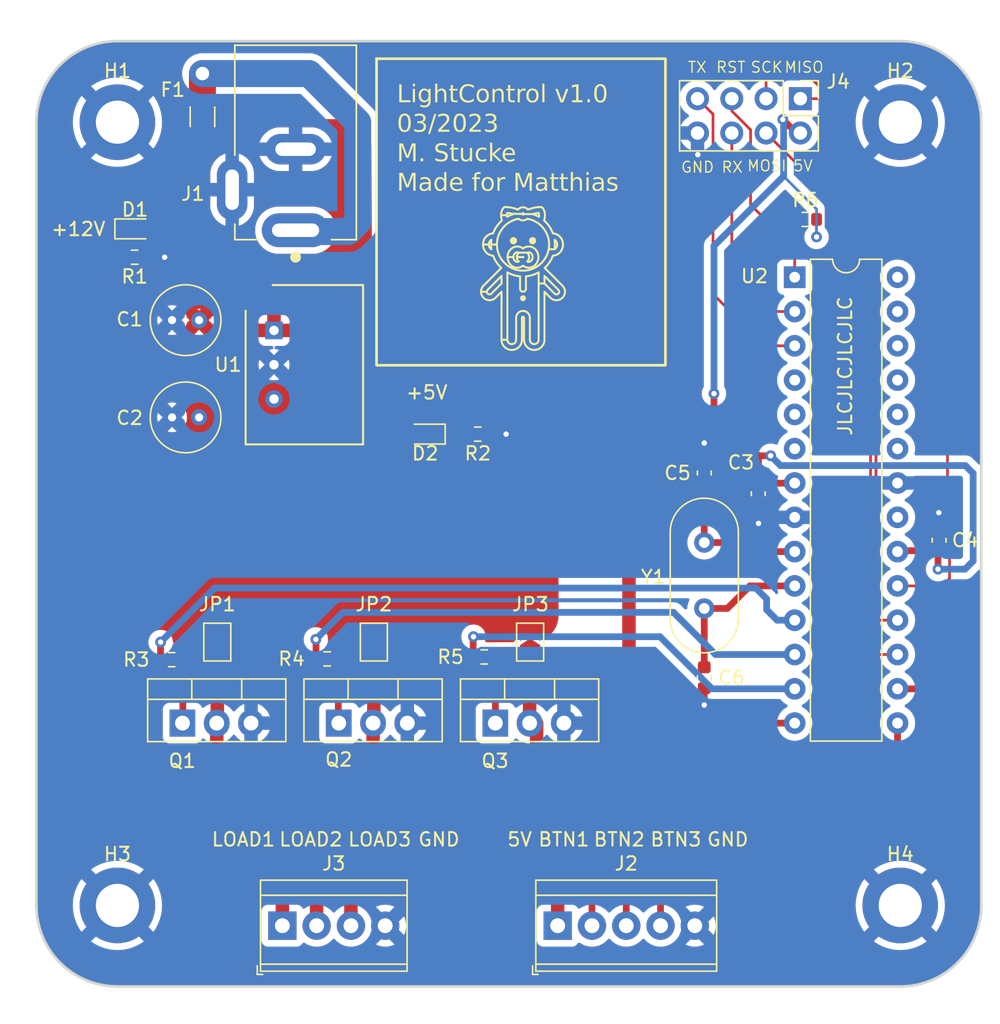
<source format=kicad_pcb>
(kicad_pcb (version 20221018) (generator pcbnew)
  (title_block (title "LightControl PCB") (date "2023-03-24") (rev "1.0") (company "Maximilian Stucke"))
  (layers (0 "F.Cu" signal) (31 "B.Cu" power) (34 "B.Paste" user) (35 "F.Paste" user) (36 "B.SilkS" user "B.Silkscreen") (37 "F.SilkS" user "F.Silkscreen") (38 "B.Mask" user) (39 "F.Mask" user) (44 "Edge.Cuts" user))
  (net 0 "")
  (net 1 "Net-(U2-XTAL1{slash}PB6)")
  (net 2 "GND")
  (net 3 "Net-(U2-XTAL2{slash}PB7)")
  (net 4 "5V")
  (net 5 "MISO")
  (net 6 "SCK")
  (net 7 "MOSI")
  (net 8 "RESET")
  (net 9 "GATE1")
  (net 10 "GATE2")
  (net 11 "GATE3")
  (net 12 "Net-(U2-PD5)")
  (net 13 "Net-(U2-PD6)")
  (net 14 "Net-(U2-PD7)")
  (net 18 "Net-(D1-K)")
  (net 19 "Net-(D2-K)")
  (net 20 "RX")
  (net 28 "RearLightButton")
  (net 29 "IndicatorButton")
  (net 30 "+12V")
  (net 31 "BrakeButton")
  (net 32 "/12V_LOAD_1")
  (net 33 "/12V_LOAD_2")
  (net 34 "/12V_LOAD_3")
  (net 35 "TX")
  (net 36 "Net-(F1-Pad1)")
  (footprint "Capacitor_SMD:C_0603_1608Metric" (layer "F.Cu") (at 159.38 92.58 90)
    (fp_text reference "C5")
    (fp_text value "30pF")
  )
  (footprint "MountingHole:MountingHole_3.2mm_M3_DIN965_Pad" (layer "F.Cu") (at 173.9 124.6)
    (fp_text reference "H4")
    (fp_text value "MountingHole_Pad")
  )
  (footprint "Capacitor_SMD:C_0603_1608Metric" (layer "F.Cu") (at 163.38 94.11 -90)
    (fp_text reference "C3")
    (fp_text value "100n")
  )
  (footprint "Jumper:SolderJumper-2_P1.3mm_Open_TrianglePad1.0x1.5mm" (layer "F.Cu") (at 123.3 105.1 90)
    (fp_text reference "JP1")
    (fp_text value "SolderJumper Open")
  )
  (footprint "MountingHole:MountingHole_3.2mm_M3_DIN965_Pad" (layer "F.Cu") (at 173.9 66.6)
    (fp_text reference "H2")
    (fp_text value "MountingHole_Pad")
  )
  (footprint "Capacitor_SMD:C_0603_1608Metric" (layer "F.Cu") (at 176.78 97.5575 -90)
    (fp_text reference "C4")
    (fp_text value "100n")
  )
  (footprint "Resistor_SMD:R_0603_1608Metric" (layer "F.Cu") (at 143.08 106.2)
    (fp_text reference "R5")
    (fp_text value "220")
  )
  (footprint "Package_DIP:DIP-28_W7.62mm" (layer "F.Cu") (at 166.08 78.08)
    (fp_text reference "U2")
    (fp_text value "ATmega328P-P")
  )
  (footprint "Resistor_SMD:R_0603_1608Metric" (layer "F.Cu") (at 131.44 106.345)
    (fp_text reference "R4")
    (fp_text value "220")
  )
  (footprint "MountingHole:MountingHole_3.2mm_M3_DIN965_Pad" (layer "F.Cu") (at 115.9 124.6)
    (fp_text reference "H3")
    (fp_text value "MountingHole_Pad")
  )
  (footprint "MountingHole:MountingHole_3.2mm_M3_DIN965_Pad" (layer "F.Cu") (at 115.9 66.6)
    (fp_text reference "H1")
    (fp_text value "MountingHole_Pad")
  )
  (footprint "Package_TO_SOT_THT:TO-220-3_Vertical" (layer "F.Cu") (at 143.9 111.1)
    (fp_text reference "Q3")
    (fp_text value "IRF3708")
  )
  (footprint "CUI:CUI_PJ-202B" (layer "F.Cu") (at 129.1 68.1 90)
    (fp_text reference "J1")
    (fp_text value "Barrel_Jack 2.1mm / 2.5A")
  )
  (footprint "Package_TO_SOT_THT:TO-220-3_Vertical" (layer "F.Cu") (at 120.72 111.1)
    (fp_text reference "Q1")
    (fp_text value "IRF3708")
  )
  (footprint "Resistor_SMD:R_0603_1608Metric" (layer "F.Cu") (at 117.175 76.6 180)
    (fp_text reference "R1")
    (fp_text value "500")
  )
  (footprint "LED_SMD:LED_0603_1608Metric" (layer "F.Cu") (at 117.2 74.5)
    (fp_text reference "D1")
    (fp_text value "SML-310VT - RED")
  )
  (footprint "Connector_PinHeader_2.54mm:PinHeader_2x04_P2.54mm_Vertical" (layer "F.Cu") (at 166.5 64.86 -90)
    (fp_text reference "J4")
    (fp_text value "Conn_02x04_Odd_Even")
  )
  (footprint "TerminalBlock_TE-Connectivity:TerminalBlock_TE_282834-4_1x04_P2.54mm_Horizontal" (layer "F.Cu") (at 128.12 126.1)
    (fp_text reference "J3")
    (fp_text value "Screw_Terminal_01x04")
  )
  (footprint "Package_SIP:SIP3_11.6x8.5mm" (layer "F.Cu") (at 127.5 82.02 -90)
    (fp_text reference "U1")
    (fp_text value "VR10S05")
  )
  (footprint "TerminalBlock_TE-Connectivity:TerminalBlock_TE_282834-5_1x05_P2.54mm_Horizontal" (layer "F.Cu") (at 148.52 126.1)
    (fp_text reference "J2")
    (fp_text value "Screw_Terminal_01x05")
  )
  (footprint "Jumper:SolderJumper-2_P1.3mm_Open_TrianglePad1.0x1.5mm" (layer "F.Cu") (at 146.48 105.1 90)
    (fp_text reference "JP3")
    (fp_text value "SolderJumper_2_Bridged")
  )
  (footprint "Package_TO_SOT_THT:TO-220-3_Vertical" (layer "F.Cu") (at 132.3 111.1)
    (fp_text reference "Q2")
    (fp_text value "IRF3708")
  )
  (footprint "Capacitor_THT:C_Radial_D5.0mm_H5.0mm_P2.00mm" (layer "F.Cu") (at 121.95 81.26 180)
    (fp_text reference "C1")
    (fp_text value "10uF / 50V")
  )
  (footprint "Resistor_SMD:R_0603_1608Metric" (layer "F.Cu") (at 119.92 106.4)
    (fp_text reference "R3")
    (fp_text value "220")
  )
  (footprint "LED_SMD:LED_0603_1608Metric" (layer "F.Cu") (at 138.7 89.7 180)
    (fp_text reference "D2")
    (fp_text value "SML-310MT - GREEN")
  )
  (footprint "Resistor_SMD:R_1206_3216Metric" (layer "F.Cu") (at 122.2 66.2 -90)
    (fp_text reference "F1")
    (fp_text value "3.5A")
  )
  (footprint "Resistor_SMD:R_0603_1608Metric" (layer "F.Cu") (at 166.875 73.8)
    (fp_text reference "R6")
    (fp_text value "10k")
  )
  (footprint "Crystal:Crystal_HC49-4H_Vertical" (layer "F.Cu") (at 159.38 102.61 90)
    (fp_text reference "Y1")
    (fp_text value "16Mhz, 20pF")
  )
  (footprint "Capacitor_SMD:C_0603_1608Metric" (layer "F.Cu") (at 159.38 107.74 -90)
    (fp_text reference "C6")
    (fp_text value "30pF")
  )
  (footprint "Capacitor_THT:C_Radial_D5.0mm_H5.0mm_P2.00mm" (layer "F.Cu") (at 121.95 88.46 180)
    (fp_text reference "C2")
    (fp_text value "22uF / 25V")
  )
  (footprint "Resistor_SMD:R_0603_1608Metric" (layer "F.Cu") (at 142.6 89.7 180)
    (fp_text reference "R2")
    (fp_text value "150")
  )
  (footprint "Jumper:SolderJumper-2_P1.3mm_Open_TrianglePad1.0x1.5mm" (layer "F.Cu") (at 134.9 105.1 90)
    (fp_text reference "JP2")
    (fp_text value "SolderJumper Open")
  )
  (gr_poly (pts (xy 145.254383 75.109934) (xy 145.267711 75.110978) (xy 145.280846 75.112698) (xy 145.293774 75.115076) (xy 145.306476 75.118095) (xy 145.318937 75.121738) (xy 145.33114 75.125988) (xy 145.343068 75.130828) (xy 145.354704 75.136241) (xy 145.366032 75.14221) (xy 145.377036 75.148717) (xy 145.387698 75.155746) (xy 145.398002 75.163279) (xy 145.407932 75.1713) (xy 145.41747 75.179791) (xy 145.426601 75.188735) (xy 145.435307 75.198115) (xy 145.443571 75.207915) (xy 145.451378 75.218116) (xy 145.458711 75.228702) (xy 145.465553 75.239656) (xy 145.471886 75.250961) (xy 145.477696 75.262599) (xy 145.482965 75.274554) (xy 145.487676 75.286809) (xy 145.491813 75.299346) (xy 145.495359 75.312148) (xy 145.498298 75.325198) (xy 145.500612 75.338479) (xy 145.502286 75.351975) (xy 145.503302 75.365667) (xy 145.503645 75.37954) (xy 145.503302 75.393414) (xy 145.502286 75.407108) (xy 145.500612 75.420605) (xy 145.498298 75.433889) (xy 145.495359 75.446941) (xy 145.491813 75.459745) (xy 145.487676 75.472284) (xy 145.482965 75.48454) (xy 145.477696 75.496497) (xy 145.471886 75.508137) (xy 145.465552 75.519443) (xy 145.458711 75.530399) (xy 145.451378 75.540987) (xy 145.443571 75.55119) (xy 145.435306 75.560991) (xy 145.426601 75.570373) (xy 145.41747 75.579318) (xy 145.407932 75.587811) (xy 145.398002 75.595833) (xy 145.387698 75.603367) (xy 145.377036 75.610397) (xy 145.366032 75.616906) (xy 145.354704 75.622875) (xy 145.343067 75.628289) (xy 145.33114 75.63313) (xy 145.318937 75.63738) (xy 145.306476 75.641024) (xy 145.293774 75.644044) (xy 145.280846 75.646422) (xy 145.26771 75.648142) (xy 145.254383 75.649187) (xy 145.240881 75.649538) (xy 145.227378 75.649187) (xy 145.214051 75.648142) (xy 145.200915 75.646422) (xy 145.187988 75.644044) (xy 145.175285 75.641024) (xy 145.162824 75.637381) (xy 145.150621 75.63313) (xy 145.138694 75.628289) (xy 145.127057 75.622875) (xy 145.115729 75.616906) (xy 145.104725 75.610397) (xy 145.094063 75.603367) (xy 145.083759 75.595833) (xy 145.073829 75.587811) (xy 145.064291 75.579319) (xy 145.055161 75.570373) (xy 145.046455 75.560991) (xy 145.03819 75.55119) (xy 145.030383 75.540987) (xy 145.02305 75.530399) (xy 145.016209 75.519443) (xy 145.009875 75.508137) (xy 145.004065 75.496497) (xy 144.998797 75.48454) (xy 144.994085 75.472284) (xy 144.989948 75.459745) (xy 144.986402 75.446941) (xy 144.983464 75.433889) (xy 144.981149 75.420606) (xy 144.979475 75.407108) (xy 144.978459 75.393414) (xy 144.978116 75.37954) (xy 144.978459 75.365667) (xy 144.979476 75.351975) (xy 144.98115 75.338479) (xy 144.983465 75.325198) (xy 144.986404 75.312148) (xy 144.98995 75.299346) (xy 144.994088 75.286809) (xy 144.998799 75.274554) (xy 145.004069 75.262599) (xy 145.009879 75.250961) (xy 145.016214 75.239656) (xy 145.023056 75.228702) (xy 145.030389 75.218116) (xy 145.038197 75.207915) (xy 145.046462 75.198115) (xy 145.055168 75.188735) (xy 145.064299 75.179791) (xy 145.073838 75.1713) (xy 145.083768 75.163279) (xy 145.094072 75.155746) (xy 145.104735 75.148717) (xy 145.115738 75.14221) (xy 145.127066 75.136241) (xy 145.138702 75.130828) (xy 145.15063 75.125988) (xy 145.162832 75.121738) (xy 145.175292 75.118095) (xy 145.187994 75.115076) (xy 145.20092 75.112698) (xy 145.214054 75.110978) (xy 145.22738 75.109934) (xy 145.240881 75.109582)) (fill solid) (layer "F.SilkS"))
  (gr_poly (pts (xy 146.408557 75.805778) (xy 146.445156 75.808817) (xy 146.481228 75.813822) (xy 146.516728 75.820742) (xy 146.551611 75.829528) (xy 146.585831 75.84013) (xy 146.619342 75.852499) (xy 146.652098 75.866584) (xy 146.684054 75.882336) (xy 146.715164 75.899705) (xy 146.745382 75.918642) (xy 146.774663 75.939097) (xy 146.802962 75.96102) (xy 146.830231 75.984361) (xy 146.856426 76.009071) (xy 146.881501 76.035099) (xy 146.905411 76.062397) (xy 146.928109 76.090914) (xy 146.94955 76.1206) (xy 146.969689 76.151407) (xy 146.988479 76.183284) (xy 147.005874 76.216181) (xy 147.021831 76.250049) (xy 147.036301 76.284838) (xy 147.049241 76.320498) (xy 147.060603 76.35698) (xy 147.070344 76.394234) (xy 147.078416 76.43221) (xy 147.084774 76.470858) (xy 147.089373 76.510128) (xy 147.092166 76.549972) (xy 147.093109 76.590339) (xy 147.092168 76.630704) (xy 147.089376 76.670546) (xy 147.084779 76.709815) (xy 147.078422 76.748462) (xy 147.070351 76.786436) (xy 147.060611 76.823688) (xy 147.049249 76.860169) (xy 147.03631 76.895828) (xy 147.02184 76.930616) (xy 147.005884 76.964483) (xy 146.988488 76.99738) (xy 146.969698 77.029256) (xy 146.949559 77.060061) (xy 146.928118 77.089747) (xy 146.905419 77.118264) (xy 146.881509 77.145561) (xy 146.856434 77.171589) (xy 146.830238 77.196298) (xy 146.802968 77.219639) (xy 146.774669 77.241561) (xy 146.745387 77.262016) (xy 146.715168 77.280953) (xy 146.684057 77.298322) (xy 146.652101 77.314074) (xy 146.619344 77.328159) (xy 146.585833 77.340527) (xy 146.551612 77.35113) (xy 146.516729 77.359916) (xy 146.481228 77.366836) (xy 146.445156 77.37184) (xy 146.408557 77.374879) (xy 146.371478 77.375903) (xy 146.342994 77.375296) (xy 146.314659 77.373484) (xy 146.286502 77.370477) (xy 146.258551 77.366288) (xy 146.230837 77.360929) (xy 146.203388 77.354413) (xy 146.176233 77.346751) (xy 146.149402 77.337955) (xy 146.122922 77.328037) (xy 146.096825 77.317009) (xy 146.071138 77.304884) (xy 146.045891 77.291673) (xy 146.021112 77.277388) (xy 145.996832 77.262042) (xy 145.973079 77.245646) (xy 145.949881 77.228212) (xy 145.926677 77.245649) (xy 145.902919 77.262048) (xy 145.878635 77.277396) (xy 145.853855 77.291682) (xy 145.828607 77.304893) (xy 145.802921 77.317018) (xy 145.776825 77.328046) (xy 145.750348 77.337963) (xy 145.72352 77.346758) (xy 145.696369 77.354419) (xy 145.668924 77.360934) (xy 145.641214 77.366291) (xy 145.613269 77.370478) (xy 145.585116 77.373484) (xy 145.556785 77.375297) (xy 145.528305 77.375903) (xy 145.491226 77.374879) (xy 145.454627 77.37184) (xy 145.418554 77.366835) (xy 145.383053 77.359915) (xy 145.34817 77.351128) (xy 145.313949 77.340526) (xy 145.280437 77.328157) (xy 145.247679 77.314071) (xy 145.215722 77.298318) (xy 145.184611 77.280948) (xy 145.154391 77.262011) (xy 145.125108 77.241556) (xy 145.096808 77.219633) (xy 145.069537 77.196292) (xy 145.04334 77.171582) (xy 145.018264 77.145553) (xy 144.994353 77.118256) (xy 144.971653 77.089739) (xy 144.950211 77.060053) (xy 144.930072 77.029246) (xy 144.911281 76.99737) (xy 144.893884 76.964474) (xy 144.877927 76.930607) (xy 144.863456 76.895819) (xy 144.850516 76.860161) (xy 144.839154 76.823681) (xy 144.829414 76.786429) (xy 144.821342 76.748456) (xy 144.814985 76.70981) (xy 144.810387 76.670542) (xy 144.807595 76.630702) (xy 144.806654 76.590339) (xy 144.806655 76.590318) (xy 145.238649 76.590318) (xy 145.239026 76.608486) (xy 145.240147 76.626418) (xy 145.241992 76.644093) (xy 145.244544 76.661487) (xy 145.247783 76.678579) (xy 145.251692 76.695345) (xy 145.256253 76.711765) (xy 145.261446 76.727814) (xy 145.267254 76.743472) (xy 145.273659 76.758715) (xy 145.280641 76.773521) (xy 145.288183 76.787868) (xy 145.296266 76.801733) (xy 145.304872 76.815094) (xy 145.313982 76.827929) (xy 145.323579 76.840215) (xy 145.333643 76.85193) (xy 145.344157 76.863051) (xy 145.355103 76.873556) (xy 145.366461 76.883423) (xy 145.378214 76.892629) (xy 145.390342 76.901152) (xy 145.402829 76.90897) (xy 145.415655 76.91606) (xy 145.428802 76.922399) (xy 145.442252 76.927966) (xy 145.455987 76.932738) (xy 145.469988 76.936692) (xy 145.484236 76.939807) (xy 145.498714 76.942059) (xy 145.513403 76.943427) (xy 145.528285 76.943888) (xy 145.536035 76.943765) (xy 145.543652 76.943401) (xy 145.551136 76.942807) (xy 145.558485 76.94199) (xy 145.5657 76.940961) (xy 145.57278 76.939729) (xy 145.579725 76.938302) (xy 145.586534 76.93669) (xy 145.593208 76.934902) (xy 145.599746 76.932947) (xy 145.606148 76.930835) (xy 145.612413 76.928575) (xy 145.618542 76.926176) (xy 145.624533 76.923647) (xy 145.630386 76.920997) (xy 145.636102 76.918237) (xy 146.26366 76.918237) (xy 146.269369 76.920998) (xy 146.275218 76.923647) (xy 146.281204 76.926176) (xy 146.287329 76.928576) (xy 146.293593 76.930836) (xy 146.299993 76.932948) (xy 146.306531 76.934902) (xy 146.313205 76.93669) (xy 146.320016 76.938302) (xy 146.326963 76.939729) (xy 146.334046 76.940962) (xy 146.341263 76.941991) (xy 146.348616 76.942807) (xy 146.356103 76.943402) (xy 146.363724 76.943765) (xy 146.371478 76.943889) (xy 146.38636 76.943428) (xy 146.401049 76.94206) (xy 146.415527 76.939808) (xy 146.429775 76.936694) (xy 146.443776 76.932741) (xy 146.457511 76.92797) (xy 146.470961 76.922405) (xy 146.484108 76.916067) (xy 146.496934 76.908978) (xy 146.509421 76.901162) (xy 146.521549 76.892641) (xy 146.533302 76.883437) (xy 146.54466 76.873572) (xy 146.555606 76.863068) (xy 146.56612 76.851949) (xy 146.576184 76.840236) (xy 146.585781 76.827952) (xy 146.594891 76.815119) (xy 146.603497 76.80176) (xy 146.61158 76.787897) (xy 146.626104 76.758747) (xy 146.638317 76.72785) (xy 146.64351 76.711801) (xy 146.64807 76.695383) (xy 146.65198 76.678618) (xy 146.655219 76.661527) (xy 146.657771 76.644133) (xy 146.659616 76.626459) (xy 146.660737 76.608528) (xy 146.661114 76.59036) (xy 146.660737 76.572192) (xy 146.659616 76.55426) (xy 146.657771 76.536585) (xy 146.655219 76.51919) (xy 146.65198 76.502098) (xy 146.64807 76.485331) (xy 146.64351 76.468911) (xy 146.638317 76.452861) (xy 146.632509 76.437202) (xy 146.626104 76.421958) (xy 146.619122 76.407151) (xy 146.61158 76.392804) (xy 146.603497 76.378938) (xy 146.594891 76.365575) (xy 146.585781 76.35274) (xy 146.576184 76.340453) (xy 146.56612 76.328737) (xy 146.555606 76.317615) (xy 146.54466 76.307109) (xy 146.533302 76.297241) (xy 146.521549 76.288034) (xy 146.509421 76.27951) (xy 146.496934 76.271691) (xy 146.484108 76.264601) (xy 146.470961 76.258261) (xy 146.457511 76.252693) (xy 146.443776 76.247921) (xy 146.429775 76.243966) (xy 146.415527 76.240851) (xy 146.401049 76.238598) (xy 146.38636 76.23723) (xy 146.371478 76.236769) (xy 146.363728 76.236892) (xy 146.356111 76.237256) (xy 146.348627 76.237851) (xy 146.341278 76.238667) (xy 146.334063 76.239696) (xy 146.326983 76.240929) (xy 146.320038 76.242356) (xy 146.313229 76.243968) (xy 146.306555 76.245755) (xy 146.300017 76.24771) (xy 146.293615 76.249822) (xy 146.28735 76.252082) (xy 146.281221 76.254481) (xy 146.27523 76.25701) (xy 146.269376 76.25966) (xy 146.26366 76.262421) (xy 146.279493 76.278331) (xy 146.294535 76.294994) (xy 146.308757 76.31238) (xy 146.322125 76.33046) (xy 146.334608 76.349201) (xy 146.346174 76.368575) (xy 146.35679 76.388549) (xy 146.366424 76.409094) (xy 146.375045 76.43018) (xy 146.382621 76.451775) (xy 146.389119 76.473849) (xy 146.394507 76.496372) (xy 146.398754 76.519313) (xy 146.401827 76.542641) (xy 146.403694 76.566327) (xy 146.404324 76.590339) (xy 146.403694 76.614351) (xy 146.401827 76.638037) (xy 146.398754 76.661365) (xy 146.394507 76.684306) (xy 146.389119 76.706828) (xy 146.382621 76.728902) (xy 146.375045 76.750497) (xy 146.366424 76.771581) (xy 146.35679 76.792125) (xy 146.346174 76.812099) (xy 146.334608 76.83147) (xy 146.322125 76.85021) (xy 146.308757 76.868287) (xy 146.294535 76.885671) (xy 146.279493 76.902331) (xy 146.26366 76.918237) (xy 145.636102 76.918237) (xy 145.636102 76.918236) (xy 145.62027 76.90233) (xy 145.605227 76.88567) (xy 145.591006 76.868286) (xy 145.577638 76.850209) (xy 145.565155 76.831469) (xy 145.553589 76.812096) (xy 145.542973 76.792122) (xy 145.533339 76.771576) (xy 145.524717 76.750489) (xy 145.517142 76.728892) (xy 145.510644 76.706815) (xy 145.505256 76.684288) (xy 145.501009 76.661343) (xy 145.497936 76.638009) (xy 145.496069 76.614317) (xy 145.49544 76.590318) (xy 145.927412 76.590318) (xy 145.927442 76.59147) (xy 145.927529 76.592607) (xy 145.927672 76.593728) (xy 145.92787 76.594831) (xy 145.928121 76.595915) (xy 145.928425 76.596978) (xy 145.928779 76.59802) (xy 145.929182 76.599038) (xy 145.929632 76.600031) (xy 145.930129 76.600998) (xy 145.930671 76.601937) (xy 145.931256 76.602847) (xy 145.931883 76.603726) (xy 145.93255 76.604574) (xy 145.933257 76.605388) (xy 145.934001 76.606168) (xy 145.934781 76.606911) (xy 145.935597 76.607617) (xy 145.936445 76.608283) (xy 145.937326 76.608909) (xy 145.938237 76.609493) (xy 145.939177 76.610034) (xy 145.940144 76.61053) (xy 145.941138 76.61098) (xy 145.942157 76.611382) (xy 145.943199 76.611736) (xy 145.944263 76.612038) (xy 145.945347 76.612289) (xy 145.94645 76.612487) (xy 145.947571 76.61263) (xy 145.948708 76.612717) (xy 145.94986 76.612746) (xy 145.951012 76.612717) (xy 145.952149 76.61263) (xy 145.95327 76.612487) (xy 145.954373 76.612289) (xy 145.955457 76.612038) (xy 145.95652 76.611736) (xy 145.957562 76.611382) (xy 145.95858 76.61098) (xy 145.959573 76.61053) (xy 145.96054 76.610034) (xy 145.961479 76.609493) (xy 145.962389 76.608909) (xy 145.963269 76.608283) (xy 145.964116 76.607617) (xy 145.96493 76.606911) (xy 145.96571 76.606168) (xy 145.966453 76.605388) (xy 145.967159 76.604574) (xy 145.967825 76.603726) (xy 145.968451 76.602847) (xy 145.969035 76.601937) (xy 145.969576 76.600998) (xy 145.970072 76.600031) (xy 145.970522 76.599038) (xy 145.970924 76.59802) (xy 145.971278 76.596978) (xy 145.97158 76.595915) (xy 145.971831 76.594831) (xy 145.972029 76.593728) (xy 145.972172 76.592607) (xy 145.972259 76.59147) (xy 145.972288 76.590318) (xy 145.972259 76.589165) (xy 145.972172 76.588026) (xy 145.972029 76.586903) (xy 145.971831 76.585799) (xy 145.97158 76.584714) (xy 145.971277 76.583649) (xy 145.970924 76.582606) (xy 145.970522 76.581587) (xy 145.970072 76.580593) (xy 145.969576 76.579625) (xy 145.969035 76.578685) (xy 145.968451 76.577774) (xy 145.967825 76.576894) (xy 145.967158 76.576046) (xy 145.966453 76.575231) (xy 145.96571 76.574451) (xy 145.96493 76.573707) (xy 145.964116 76.573001) (xy 145.963268 76.572334) (xy 145.962389 76.571708) (xy 145.961479 76.571124) (xy 145.96054 76.570583) (xy 145.959573 76.570086) (xy 145.95858 76.569636) (xy 145.957562 76.569234) (xy 145.95652 76.568881) (xy 145.955457 76.568578) (xy 145.954373 76.568327) (xy 145.95327 76.568129) (xy 145.952149 76.567986) (xy 145.951012 76.567899) (xy 145.94986 76.56787) (xy 145.948707 76.567899) (xy 145.947568 76.567986) (xy 145.946446 76.568129) (xy 145.945341 76.568327) (xy 145.944256 76.568578) (xy 145.943191 76.568881) (xy 145.942149 76.569234) (xy 145.94113 76.569636) (xy 145.940135 76.570086) (xy 145.939168 76.570583) (xy 145.938228 76.571124) (xy 145.937317 76.571708) (xy 145.936436 76.572334) (xy 145.935588 76.573001) (xy 145.934773 76.573707) (xy 145.933993 76.574451) (xy 145.93325 76.575231) (xy 145.932544 76.576046) (xy 145.931877 76.576894) (xy 145.931251 76.577774) (xy 145.930666 76.578685) (xy 145.930125 76.579625) (xy 145.929629 76.580593) (xy 145.929179 76.581587) (xy 145.928776 76.582606) (xy 145.928423 76.583649) (xy 145.92812 76.584714) (xy 145.927869 76.585799) (xy 145.927672 76.586903) (xy 145.927529 76.588026) (xy 145.927442 76.589165) (xy 145.927412 76.590318) (xy 145.49544 76.590318) (xy 145.495439 76.590297) (xy 145.496069 76.566285) (xy 145.497937 76.542599) (xy 145.501011 76.519269) (xy 145.505259 76.496327) (xy 145.510649 76.473803) (xy 145.517149 76.451728) (xy 145.524726 76.430131) (xy 145.533349 76.409045) (xy 145.542985 76.388499) (xy 145.553603 76.368524) (xy 145.565171 76.34915) (xy 145.577655 76.330409) (xy 145.591025 76.312331) (xy 145.605247 76.294946) (xy 145.620291 76.278285) (xy 145.636123 76.26238) (xy 145.630414 76.259615) (xy 145.624567 76.256963) (xy 145.618581 76.254432) (xy 145.612457 76.252032) (xy 145.606195 76.249771) (xy 145.599796 76.247659) (xy 145.593259 76.245705) (xy 145.586586 76.243918) (xy 145.579776 76.242307) (xy 145.572829 76.240882) (xy 145.565747 76.23965) (xy 145.558529 76.238623) (xy 145.551175 76.237807) (xy 145.543687 76.237213) (xy 145.536063 76.236851) (xy 145.528305 76.236728) (xy 145.513422 76.237189) (xy 145.498731 76.238557) (xy 145.484252 76.240809) (xy 145.470002 76.243924) (xy 145.456 76.247879) (xy 145.442264 76.252652) (xy 145.428812 76.258219) (xy 145.415664 76.264559) (xy 145.402837 76.27165) (xy 145.390349 76.279468) (xy 145.378219 76.287992) (xy 145.366466 76.297199) (xy 145.355107 76.307067) (xy 145.344161 76.317573) (xy 145.333647 76.328695) (xy 145.323581 76.340411) (xy 145.313984 76.352698) (xy 145.304873 76.365534) (xy 145.296267 76.378896) (xy 145.288184 76.392762) (xy 145.273659 76.421917) (xy 145.261447 76.452819) (xy 145.256253 76.468869) (xy 145.251693 76.485289) (xy 145.247783 76.502057) (xy 145.244544 76.519149) (xy 145.241992 76.536543) (xy 145.240147 76.554218) (xy 145.239026 76.572151) (xy 145.238649 76.590318) (xy 144.806655 76.590318) (xy 144.807595 76.549972) (xy 144.810387 76.510128) (xy 144.814985 76.470858) (xy 144.821342 76.43221) (xy 144.829414 76.394234) (xy 144.839154 76.35698) (xy 144.850516 76.320498) (xy 144.863456 76.284838) (xy 144.877927 76.250049) (xy 144.893884 76.216181) (xy 144.911281 76.183284) (xy 144.930072 76.151407) (xy 144.950211 76.1206) (xy 144.971653 76.090914) (xy 144.994353 76.062397) (xy 145.018264 76.035099) (xy 145.04334 76.009071) (xy 145.069537 75.984361) (xy 145.096808 75.96102) (xy 145.125108 75.939097) (xy 145.154391 75.918642) (xy 145.184611 75.899705) (xy 145.215722 75.882336) (xy 145.247679 75.866584) (xy 145.280437 75.852499) (xy 145.313949 75.84013) (xy 145.34817 75.829528) (xy 145.383053 75.820742) (xy 145.418554 75.813822) (xy 145.454627 75.808817) (xy 145.491226 75.805778) (xy 145.528305 75.804754) (xy 145.5568 75.805361) (xy 145.585144 75.807174) (xy 145.613308 75.810181) (xy 145.641264 75.81437) (xy 145.668981 75.819728) (xy 145.696432 75.826245) (xy 145.723588 75.833908) (xy 145.750418 75.842705) (xy 145.776895 75.852624) (xy 145.802988 75.863653) (xy 145.82867 75.87578) (xy 145.85391 75.888993) (xy 145.878681 75.90328) (xy 145.902952 75.918629) (xy 145.926695 75.935028) (xy 145.949881 75.952466) (xy 145.973071 75.935028) (xy 145.996818 75.918629) (xy 146.021093 75.90328) (xy 146.045867 75.888993) (xy 146.071111 75.87578) (xy 146.096796 75.863653) (xy 146.122892 75.852624) (xy 146.14937 75.842705) (xy 146.176202 75.833908) (xy 146.203359 75.826245) (xy 146.23081 75.819729) (xy 146.258528 75.81437) (xy 146.286483 75.810181) (xy 146.314646 75.807174) (xy 146.342987 75.805361) (xy 146.371478 75.804754)) (stroke (width 0.15)) (fill none) (layer "F.SilkS"))
  (gr_rect (start 135.1 61.9) (end 156.5 84.6) (stroke (width 0.2)) (fill none) (layer "F.SilkS"))
  (gr_poly (pts (xy 146.672755 75.109934) (xy 146.68608 75.110978) (xy 146.699214 75.112698) (xy 146.71214 75.115076) (xy 146.724841 75.118095) (xy 146.737301 75.121738) (xy 146.749503 75.125988) (xy 146.761429 75.130828) (xy 146.773065 75.136241) (xy 146.784392 75.14221) (xy 146.795395 75.148717) (xy 146.806057 75.155746) (xy 146.816361 75.163279) (xy 146.82629 75.1713) (xy 146.835828 75.179791) (xy 146.844958 75.188735) (xy 146.853664 75.198115) (xy 146.861929 75.207915) (xy 146.869737 75.218116) (xy 146.87707 75.228702) (xy 146.883912 75.239656) (xy 146.890246 75.250961) (xy 146.896057 75.262599) (xy 146.901326 75.274554) (xy 146.906039 75.286809) (xy 146.910177 75.299346) (xy 146.913724 75.312148) (xy 146.916664 75.325198) (xy 146.91898 75.338479) (xy 146.920656 75.351975) (xy 146.921674 75.365667) (xy 146.922018 75.37954) (xy 146.921676 75.393414) (xy 146.920659 75.407108) (xy 146.918986 75.420605) (xy 146.916671 75.433889) (xy 146.913732 75.446941) (xy 146.910186 75.459745) (xy 146.906049 75.472284) (xy 146.901338 75.48454) (xy 146.89607 75.496497) (xy 146.89026 75.508137) (xy 146.883926 75.519443) (xy 146.877084 75.530399) (xy 146.869752 75.540987) (xy 146.861945 75.55119) (xy 146.85368 75.560991) (xy 146.844974 75.570373) (xy 146.835844 75.579318) (xy 146.826305 75.587811) (xy 146.816376 75.595833) (xy 146.806072 75.603367) (xy 146.795409 75.610397) (xy 146.784406 75.616906) (xy 146.773078 75.622875) (xy 146.761441 75.628289) (xy 146.749513 75.63313) (xy 146.737311 75.63738) (xy 146.72485 75.641024) (xy 146.712147 75.644044) (xy 146.69922 75.646422) (xy 146.686084 75.648142) (xy 146.672757 75.649187) (xy 146.659254 75.649538) (xy 146.645752 75.649187) (xy 146.632424 75.648142) (xy 146.619288 75.646422) (xy 146.60636 75.644044) (xy 146.593657 75.641024) (xy 146.581196 75.637381) (xy 146.568992 75.63313) (xy 146.557064 75.628289) (xy 146.545427 75.622875) (xy 146.534098 75.616906) (xy 146.523093 75.610397) (xy 146.51243 75.603367) (xy 146.502125 75.595833) (xy 146.492194 75.587811) (xy 146.482655 75.579319) (xy 146.473524 75.570373) (xy 146.464817 75.560991) (xy 146.456551 75.55119) (xy 146.448743 75.540987) (xy 146.441409 75.530399) (xy 146.434567 75.519443) (xy 146.428232 75.508137) (xy 146.422422 75.496497) (xy 146.417152 75.48454) (xy 146.41244 75.472284) (xy 146.408303 75.459745) (xy 146.404756 75.446941) (xy 146.401817 75.433889) (xy 146.399502 75.420606) (xy 146.397828 75.407108) (xy 146.396811 75.393414) (xy 146.396469 75.37954) (xy 146.396811 75.365667) (xy 146.397828 75.351975) (xy 146.399502 75.338479) (xy 146.401816 75.325198) (xy 146.404755 75.312148) (xy 146.408301 75.299346) (xy 146.412438 75.286809) (xy 146.417149 75.274554) (xy 146.422418 75.262599) (xy 146.428228 75.250961) (xy 146.434562 75.239656) (xy 146.441404 75.228702) (xy 146.448737 75.218116) (xy 146.456544 75.207915) (xy 146.46481 75.198115) (xy 146.473516 75.188735) (xy 146.482647 75.179791) (xy 146.492186 75.1713) (xy 146.502116 75.163279) (xy 146.512421 75.155746) (xy 146.523084 75.148717) (xy 146.534089 75.14221) (xy 146.545418 75.136241) (xy 146.557055 75.130828) (xy 146.568984 75.125988) (xy 146.581188 75.121738) (xy 146.59365 75.118095) (xy 146.606354 75.115076) (xy 146.619283 75.112698) (xy 146.632421 75.110978) (xy 146.64575 75.109934) (xy 146.659254 75.109582)) (fill solid) (layer "F.SilkS"))
  (gr_poly (pts (xy 147.262246 72.88538) (xy 147.275687 72.886648) (xy 147.288947 72.888739) (xy 147.301989 72.891634) (xy 147.314782 72.895317) (xy 147.32729 72.899768) (xy 147.339481 72.904969) (xy 147.35132 72.910902) (xy 147.362775 72.91755) (xy 147.37381 72.924892) (xy 147.384393 72.932913) (xy 147.394489 72.941592) (xy 147.404065 72.950913) (xy 147.413088 72.960856) (xy 147.421523 72.971404) (xy 147.429336 72.982539) (xy 147.448366 73.012907) (xy 147.465833 73.043508) (xy 147.481786 73.074305) (xy 147.496277 73.105259) (xy 147.509355 73.136334) (xy 147.52107 73.167491) (xy 147.531472 73.198693) (xy 147.540612 73.229901) (xy 147.555306 73.292187) (xy 147.565552 73.354047) (xy 147.571751 73.415178) (xy 147.574304 73.475279) (xy 147.573613 73.534047) (xy 147.570078 73.59118) (xy 147.564102 73.646376) (xy 147.556084 73.699333) (xy 147.546426 73.749748) (xy 147.53553 73.797319) (xy 147.523796 73.841744) (xy 147.511625 73.882722) (xy 147.565645 73.931682) (xy 147.618106 73.982254) (xy 147.668971 74.034399) (xy 147.718201 74.088076) (xy 147.765762 74.143245) (xy 147.811614 74.199867) (xy 147.855721 74.2579) (xy 147.898047 74.317305) (xy 147.938553 74.378042) (xy 147.977202 74.440071) (xy 148.013959 74.503351) (xy 148.048785 74.567843) (xy 148.081643 74.633506) (xy 148.112496 74.700301) (xy 148.141308 74.768187) (xy 148.16804 74.837124) (xy 148.206645 74.840019) (xy 148.244717 74.844866) (xy 148.282211 74.851617) (xy 148.31908 74.860225) (xy 148.355281 74.870642) (xy 148.390767 74.882819) (xy 148.425493 74.89671) (xy 148.459414 74.912265) (xy 148.492483 74.929438) (xy 148.524657 74.94818) (xy 148.555888 74.968444) (xy 148.586133 74.990181) (xy 148.615345 75.013344) (xy 148.643479 75.037886) (xy 148.670489 75.063758) (xy 148.696331 75.090912) (xy 148.720958 75.1193) (xy 148.744326 75.148876) (xy 148.766389 75.17959) (xy 148.787101 75.211395) (xy 148.806417 75.244243) (xy 148.824292 75.278087) (xy 148.84068 75.312878) (xy 148.855536 75.348569) (xy 148.868814 75.385112) (xy 148.880469 75.422458) (xy 148.890456 75.460561) (xy 148.898729 75.499372) (xy 148.905242 75.538844) (xy 148.909951 75.578928) (xy 148.912809 75.619577) (xy 148.913772 75.660742) (xy 148.912807 75.701958) (xy 148.909942 75.742655) (xy 148.905222 75.782785) (xy 148.898694 75.8223) (xy 148.890402 75.861153) (xy 148.880392 75.899296) (xy 148.868711 75.936679) (xy 148.855403 75.973257) (xy 148.840514 76.008979) (xy 148.82409 76.0438) (xy 148.806176 76.07767) (xy 148.786819 76.110541) (xy 148.766062 76.142366) (xy 148.743953 76.173096) (xy 148.720536 76.202685) (xy 148.695858 76.231082) (xy 148.669964 76.258242) (xy 148.642899 76.284115) (xy 148.614709 76.308654) (xy 148.585439 76.33181) (xy 148.555136 76.353536) (xy 148.523845 76.373784) (xy 148.491611 76.392506) (xy 148.458481 76.409653) (xy 148.424498 76.425178) (xy 148.38971 76.439033) (xy 148.354162 76.45117) (xy 148.3179 76.461541) (xy 148.280968 76.470098) (xy 148.243413 76.476792) (xy 148.205279 76.481577) (xy 148.166614 76.484403) (xy 148.141293 76.549341) (xy 148.114132 76.613341) (xy 148.085162 76.676371) (xy 148.054417 76.738397) (xy 148.021929 76.799387) (xy 147.98773 76.859306) (xy 147.951853 76.918122) (xy 147.91433 76.975802) (xy 147.875194 77.032311) (xy 147.834477 77.087618) (xy 147.792212 77.141689) (xy 147.748431 77.19449) (xy 147.703166 77.245989) (xy 147.656451 77.296151) (xy 147.608317 77.344945) (xy 147.558796 77.392337) (xy 148.875615 78.709176) (xy 148.897302 78.731942) (xy 148.917718 78.755586) (xy 148.936847 78.780066) (xy 148.954669 78.805338) (xy 148.971167 78.831359) (xy 148.986324 78.858088) (xy 149.000122 78.885481) (xy 149.012542 78.913494) (xy 149.023568 78.942087) (xy 149.033181 78.971215) (xy 149.041364 79.000836) (xy 149.048099 79.030907) (xy 149.053368 79.061385) (xy 149.057153 79.092227) (xy 149.059438 79.123391) (xy 149.060203 79.154834) (xy 149.059438 79.186276) (xy 149.057153 79.217439) (xy 149.053368 79.248279) (xy 149.048098 79.278755) (xy 149.041363 79.308824) (xy 149.033179 79.338443) (xy 149.023564 79.367569) (xy 149.012537 79.39616) (xy 149.000114 79.424173) (xy 148.986314 79.451566) (xy 148.971154 79.478296) (xy 148.954651 79.504321) (xy 148.936825 79.529597) (xy 148.917691 79.554083) (xy 148.897268 79.577735) (xy 148.875573 79.600512) (xy 148.852804 79.622199) (xy 148.829157 79.642614) (xy 148.804675 79.661742) (xy 148.7794 79.679562) (xy 148.753377 79.696059) (xy 148.726647 79.711214) (xy 148.699254 79.72501) (xy 148.67124 79.737428) (xy 148.642648 79.748452) (xy 148.61352 79.758063) (xy 148.583901 79.766244) (xy 148.553832 79.772978) (xy 148.523356 79.778245) (xy 148.492516 79.78203) (xy 148.461355 79.784314) (xy 148.429916 79.785079) (xy 148.398474 79.784314) (xy 148.367311 79.78203) (xy 148.33647 79.778245) (xy 148.305994 79.772977) (xy 148.275925 79.766244) (xy 148.246307 79.758062) (xy 148.21718 79.74845) (xy 148.188589 79.737426) (xy 148.160576 79.725006) (xy 148.133183 79.711209) (xy 148.106453 79.696053) (xy 148.080429 79.679554) (xy 148.055152 79.661731) (xy 148.030667 79.642601) (xy 148.007014 79.622182) (xy 147.984238 79.600491) (xy 147.540565 79.156818) (xy 147.540565 82.711472) (xy 147.539578 82.75036) (xy 147.53665 82.788743) (xy 147.531828 82.826575) (xy 147.525161 82.863807) (xy 147.516695 82.900392) (xy 147.50648 82.936281) (xy 147.494562 82.971426) (xy 147.480991 83.00578) (xy 147.465814 83.039295) (xy 147.449078 83.071922) (xy 147.430832 83.103615) (xy 147.411124 83.134324) (xy 147.390001 83.164002) (xy 147.367512 83.192602) (xy 147.343704 83.220074) (xy 147.318625 83.246372) (xy 147.292323 83.271448) (xy 147.264847 83.295253) (xy 147.236244 83.317739) (xy 147.206561 83.338859) (xy 147.175848 83.358565) (xy 147.144151 83.376809) (xy 147.111519 83.393542) (xy 147.078 83.408718) (xy 147.043641 83.422287) (xy 147.008491 83.434203) (xy 146.972597 83.444417) (xy 146.936007 83.452882) (xy 146.898769 83.459548) (xy 146.860932 83.46437) (xy 146.822543 83.467298) (xy 146.783649 83.468284) (xy 146.744762 83.467298) (xy 146.706378 83.46437) (xy 146.668546 83.459548) (xy 146.631314 83.452881) (xy 146.59473 83.444416) (xy 146.558841 83.434201) (xy 146.523696 83.422285) (xy 146.489342 83.408715) (xy 146.455827 83.393539) (xy 146.4232 83.376804) (xy 146.391507 83.35856) (xy 146.360798 83.338854) (xy 146.33112 83.317733) (xy 146.30252 83.295246) (xy 146.275047 83.271441) (xy 146.248749 83.246365) (xy 146.223674 83.220066) (xy 146.199869 83.192593) (xy 146.177383 83.163993) (xy 146.156263 83.134315) (xy 146.136557 83.103605) (xy 146.118313 83.071913) (xy 146.10158 83.039286) (xy 146.086404 83.005771) (xy 146.072835 82.971418) (xy 146.060919 82.936273) (xy 146.050705 82.900385) (xy 146.042241 82.863801) (xy 146.035574 82.82657) (xy 146.030753 82.78874) (xy 146.027825 82.750358) (xy 146.026838 82.711472) (xy 146.026838 81.086145) (xy 146.026738 81.082192) (xy 146.02644 81.078291) (xy 146.02595 81.074445) (xy 146.025272 81.07066) (xy 146.024411 81.066941) (xy 146.023373 81.063292) (xy 146.022161 81.059719) (xy 146.020781 81.056226) (xy 146.019238 81.052819) (xy 146.017537 81.049501) (xy 146.015682 81.046278) (xy 146.013678 81.043156) (xy 146.01153 81.040138) (xy 146.009244 81.037229) (xy 146.006823 81.034435) (xy 146.004274 81.031761) (xy 146.001599 81.029211) (xy 145.998806 81.026789) (xy 145.995898 81.024502) (xy 145.99288 81.022354) (xy 145.989757 81.02035) (xy 145.986535 81.018494) (xy 145.983217 81.016792) (xy 145.979809 81.015248) (xy 145.976316 81.013868) (xy 145.972742 81.012656) (xy 145.969092 81.011617) (xy 145.965372 81.010756) (xy 145.961586 81.010077) (xy 145.957739 81.009587) (xy 145.953836 81.009289) (xy 145.949881 81.009189) (xy 145.945925 81.009289) (xy 145.94202 81.009587) (xy 145.938171 81.010077) (xy 145.934383 81.010755) (xy 145.930661 81.011615) (xy 145.92701 81.012654) (xy 145.923434 81.013865) (xy 145.919939 81.015245) (xy 145.916529 81.016788) (xy 145.91321 81.01849) (xy 145.909985 81.020345) (xy 145.906861 81.022349) (xy 145.903841 81.024496) (xy 145.900932 81.026783) (xy 145.898136 81.029203) (xy 145.895461 81.031753) (xy 145.89291 81.034427) (xy 145.890488 81.03722) (xy 145.8882 81.040128) (xy 145.886051 81.043146) (xy 145.884046 81.046269) (xy 145.88219 81.049492) (xy 145.880488 81.052809) (xy 145.878944 81.056217) (xy 145.877563 81.059711) (xy 145.876351 81.063284) (xy 145.875312 81.066934) (xy 145.87445 81.070654) (xy 145.873772 81.07444) (xy 145.873282 81.078287) (xy 145.872984 81.08219) (xy 145.872883 81.086145) (xy 145.872883 82.711493) (xy 145.871897 82.75038) (xy 145.868968 82.788764) (xy 145.864146 82.826596) (xy 145.857479 82.863828) (xy 145.849013 82.900412) (xy 145.838798 82.936301) (xy 145.826881 82.971447) (xy 145.81331 83.005801) (xy 145.798133 83.039316) (xy 145.781398 83.071943) (xy 145.763152 83.103635) (xy 145.743444 83.134345) (xy 145.722322 83.164023) (xy 145.699833 83.192623) (xy 145.676026 83.220095) (xy 145.650949 83.246393) (xy 145.624648 83.271469) (xy 145.597173 83.295274) (xy 145.568571 83.31776) (xy 145.53889 83.33888) (xy 145.508178 83.358586) (xy 145.476483 83.376829) (xy 145.443853 83.393563) (xy 145.410336 83.408738) (xy 145.37598 83.422308) (xy 145.340832 83.434224) (xy 145.30494 83.444438) (xy 145.268354 83.452902) (xy 145.231119 83.459569) (xy 145.193285 83.46439) (xy 145.1549 83.467318) (xy 145.11601 83.468305) (xy 145.07712 83.467318) (xy 145.038735 83.46439) (xy 145.000902 83.459569) (xy 144.963668 83.452901) (xy 144.927082 83.444437) (xy 144.891192 83.434222) (xy 144.856045 83.422306) (xy 144.82169 83.408736) (xy 144.788174 83.393559) (xy 144.755546 83.376825) (xy 144.723853 83.358581) (xy 144.693143 83.338875) (xy 144.663463 83.317754) (xy 144.634863 83.295267) (xy 144.60739 83.271462) (xy 144.581092 83.246386) (xy 144.556016 83.220087) (xy 144.532211 83.192614) (xy 144.509724 83.164014) (xy 144.488603 83.134336) (xy 144.468897 83.103627) (xy 144.450654 83.071934) (xy 144.43392 83.039307) (xy 144.418744 83.005793) (xy 144.405175 82.971439) (xy 144.393259 82.936294) (xy 144.383045 82.900406) (xy 144.37458 82.863823) (xy 144.367913 82.826592) (xy 144.363092 82.788761) (xy 144.360164 82.750379) (xy 144.359177 82.711493) (xy 144.359177 79.156838) (xy 143.915484 79.600531) (xy 143.892004 79.622842) (xy 143.867677 79.643714) (xy 143.84256 79.663147) (xy 143.816709 79.681142) (xy 143.79018 79.697697) (xy 143.76303 79.712814) (xy 143.735316 79.726492) (xy 143.707093 79.73873) (xy 143.678419 79.749529) (xy 143.64935 79.758888) (xy 143.619943 79.766808) (xy 143.590253 79.773288) (xy 143.560338 79.778329) (xy 143.530254 79.781929) (xy 143.500058 79.784089) (xy 143.469805 79.78481) (xy 143.43955 79.78409) (xy 143.409352 79.78193) (xy 143.379268 79.77833) (xy 143.349355 79.773291) (xy 143.319668 79.766811) (xy 143.290264 79.758892) (xy 143.2612 79.749532) (xy 143.23253 79.738732) (xy 143.204313 79.726493) (xy 143.176604 79.712813) (xy 143.149459 79.697693) (xy 143.122934 79.681133) (xy 143.097087 79.663133) (xy 143.071972 79.643692) (xy 143.047648 79.622811) (xy 143.024169 79.60049) (xy 143.002474 79.577728) (xy 142.982051 79.554088) (xy 142.962918 79.529613) (xy 142.945091 79.504344) (xy 142.928588 79.478326) (xy 142.913428 79.4516) (xy 142.899628 79.42421) (xy 142.887205 79.396198) (xy 142.876178 79.367608) (xy 142.866564 79.338481) (xy 142.85838 79.308861) (xy 142.851644 79.27879) (xy 142.846375 79.248311) (xy 142.842589 79.217467) (xy 142.840305 79.1863) (xy 142.839539 79.154854) (xy 143.271451 79.154854) (xy 143.271692 79.164744) (xy 143.27241 79.174546) (xy 143.273602 79.184247) (xy 143.275259 79.193833) (xy 143.277378 79.20329) (xy 143.279953 79.212606) (xy 143.282978 79.221767) (xy 143.286447 79.230759) (xy 143.290356 79.239569) (xy 143.294697 79.248184) (xy 143.299466 79.25659) (xy 143.304658 79.264774) (xy 143.310266 79.272723) (xy 143.316285 79.280422) (xy 143.32271 79.287859) (xy 143.329535 79.295021) (xy 143.336924 79.302044) (xy 143.344579 79.308614) (xy 143.352482 79.314731) (xy 143.360617 79.320394) (xy 143.368964 79.325605) (xy 143.377507 79.330363) (xy 143.386228 79.334667) (xy 143.395108 79.338518) (xy 143.40413 79.341917) (xy 143.413277 79.344862) (xy 143.42253 79.347354) (xy 143.431872 79.349393) (xy 143.441285 79.350979) (xy 143.450751 79.352111) (xy 143.460253 79.352791) (xy 143.469772 79.353018) (xy 143.479291 79.352791) (xy 143.488792 79.352111) (xy 143.498258 79.350979) (xy 143.507671 79.349393) (xy 143.517012 79.347354) (xy 143.526264 79.344862) (xy 143.53541 79.341917) (xy 143.544432 79.338518) (xy 143.553311 79.334667) (xy 143.56203 79.330363) (xy 143.570572 79.325605) (xy 143.578918 79.320394) (xy 143.587051 79.314731) (xy 143.594953 79.308614) (xy 143.602606 79.302044) (xy 143.609993 79.295021) (xy 144.359137 78.545858) (xy 144.359116 78.545858) (xy 144.359116 77.985045) (xy 143.329556 79.014645) (xy 143.322728 79.021811) (xy 143.3163 79.029252) (xy 143.310277 79.036955) (xy 143.304667 79.044907) (xy 143.299473 79.053095) (xy 143.294702 79.061504) (xy 143.290359 79.070123) (xy 143.28645 79.078936) (xy 143.28298 79.087931) (xy 143.279954 79.097094) (xy 143.277379 79.106412) (xy 143.27526 79.115872) (xy 143.273602 79.125459) (xy 143.27241 79.135161) (xy 143.271692 79.144964) (xy 143.271451 79.154854) (xy 142.839539 79.154854) (xy 142.840305 79.123408) (xy 142.842589 79.092241) (xy 142.846375 79.061397) (xy 142.851645 79.030917) (xy 142.85838 79.000845) (xy 142.866565 78.971223) (xy 142.87618 78.942093) (xy 142.887208 78.913499) (xy 142.899632 78.885483) (xy 142.913433 78.858088) (xy 142.928595 78.831355) (xy 142.945099 78.805329) (xy 142.962929 78.780051) (xy 142.982065 78.755564) (xy 143.002491 78.731911) (xy 143.024189 78.709134) (xy 144.011958 77.72135) (xy 144.791172 77.72135) (xy 144.791172 82.711453) (xy 144.791596 82.728143) (xy 144.792852 82.744617) (xy 144.794922 82.760854) (xy 144.797784 82.776834) (xy 144.801417 82.792536) (xy 144.805801 82.807939) (xy 144.810916 82.823023) (xy 144.816741 82.837768) (xy 144.823255 82.852152) (xy 144.830437 82.866155) (xy 144.838268 82.879758) (xy 144.846726 82.892938) (xy 144.855792 82.905675) (xy 144.865444 82.91795) (xy 144.875662 82.929741) (xy 144.886425 82.941028) (xy 144.897712 82.95179) (xy 144.909504 82.962007) (xy 144.92178 82.971658) (xy 144.934519 82.980723) (xy 144.9477 82.98918) (xy 144.961303 82.99701) (xy 144.975307 83.004192) (xy 144.989692 83.010705) (xy 145.004437 83.016529) (xy 145.019522 83.021643) (xy 145.034926 83.026027) (xy 145.050628 83.02966) (xy 145.066608 83.032521) (xy 145.082845 83.034591) (xy 145.09932 83.035847) (xy 145.11601 83.036271) (xy 145.132704 83.035847) (xy 145.149182 83.034591) (xy 145.165423 83.032521) (xy 145.181406 83.02966) (xy 145.197111 83.026027) (xy 145.212517 83.021643) (xy 145.227605 83.016529) (xy 145.242352 83.010705) (xy 145.256739 83.004192) (xy 145.270745 82.99701) (xy 145.28435 82.98918) (xy 145.297533 82.980723) (xy 145.310273 82.971658) (xy 145.32255 82.962007) (xy 145.334343 82.95179) (xy 145.345632 82.941028) (xy 145.356396 82.929741) (xy 145.366614 82.91795) (xy 145.376267 82.905676) (xy 145.385333 82.892938) (xy 145.393792 82.879758) (xy 145.401623 82.866156) (xy 145.408806 82.852152) (xy 145.41532 82.837768) (xy 145.421145 82.823024) (xy 145.42626 82.807939) (xy 145.430644 82.792536) (xy 145.434278 82.776834) (xy 145.43714 82.760855) (xy 145.439209 82.744617) (xy 145.440466 82.728143) (xy 145.440889 82.711453) (xy 145.440889 81.086126) (xy 145.441553 81.059975) (xy 145.443522 81.034162) (xy 145.446765 81.00872) (xy 145.451248 80.983682) (xy 145.456941 80.959079) (xy 145.463811 80.934944) (xy 145.471825 80.911309) (xy 145.480951 80.888206) (xy 145.491157 80.865667) (xy 145.502411 80.843725) (xy 145.514681 80.822412) (xy 145.527934 80.801761) (xy 145.542138 80.781802) (xy 145.557262 80.762569) (xy 145.573272 80.744094) (xy 145.590136 80.726409) (xy 145.607823 80.709546) (xy 145.626299 80.693537) (xy 145.645534 80.678415) (xy 145.665494 80.664212) (xy 145.686147 80.65096) (xy 145.707462 80.638691) (xy 145.729406 80.627438) (xy 145.751946 80.617233) (xy 145.77505 80.608107) (xy 145.798687 80.600094) (xy 145.822824 80.593225) (xy 145.847429 80.587533) (xy 145.872469 80.58305) (xy 145.897913 80.579807) (xy 145.923728 80.577838) (xy 145.949881 80.577175) (xy 145.976033 80.577838) (xy 146.001846 80.579807) (xy 146.027288 80.58305) (xy 146.052326 80.587533) (xy 146.076929 80.593225) (xy 146.101064 80.600094) (xy 146.124699 80.608107) (xy 146.147802 80.617233) (xy 146.17034 80.627438) (xy 146.192282 80.638691) (xy 146.213595 80.65096) (xy 146.234247 80.664212) (xy 146.254205 80.678415) (xy 146.273438 80.693537) (xy 146.291913 80.709546) (xy 146.309599 80.726409) (xy 146.326462 80.744094) (xy 146.34247 80.762569) (xy 146.357592 80.781802) (xy 146.371795 80.801761) (xy 146.385047 80.822412) (xy 146.397316 80.843725) (xy 146.408569 80.865667) (xy 146.418775 80.888206) (xy 146.4279 80.911309) (xy 146.435913 80.934944) (xy 146.442782 80.959079) (xy 146.448474 80.983682) (xy 146.452958 81.00872) (xy 146.4562 81.034162) (xy 146.458169 81.059975) (xy 146.458833 81.086126) (xy 146.458833 82.711474) (xy 146.459256 82.728165) (xy 146.460513 82.744639) (xy 146.462582 82.760876) (xy 146.465443 82.776855) (xy 146.469076 82.792557) (xy 146.47346 82.80796) (xy 146.478574 82.823045) (xy 146.484398 82.837789) (xy 146.490911 82.852173) (xy 146.498093 82.866177) (xy 146.505923 82.879779) (xy 146.51438 82.892959) (xy 146.523445 82.905696) (xy 146.533096 82.917971) (xy 146.543312 82.929762) (xy 146.554075 82.941049) (xy 146.565361 82.951811) (xy 146.577152 82.962028) (xy 146.589427 82.971679) (xy 146.602165 82.980743) (xy 146.615345 82.989201) (xy 146.628947 82.997031) (xy 146.64295 83.004213) (xy 146.657335 83.010726) (xy 146.672079 83.01655) (xy 146.687163 83.021664) (xy 146.702566 83.026048) (xy 146.718268 83.029681) (xy 146.734248 83.032542) (xy 146.750485 83.034611) (xy 146.766959 83.035868) (xy 146.783649 83.036291) (xy 146.800346 83.035868) (xy 146.816825 83.034611) (xy 146.833068 83.032542) (xy 146.849053 83.029681) (xy 146.86476 83.026048) (xy 146.880168 83.021664) (xy 146.895258 83.01655) (xy 146.910007 83.010726) (xy 146.924396 83.004213) (xy 146.938404 82.997031) (xy 146.95201 82.989201) (xy 146.965194 82.980744) (xy 146.977936 82.971679) (xy 146.990215 82.962028) (xy 147.002009 82.951811) (xy 147.0133 82.941049) (xy 147.024065 82.929762) (xy 147.034285 82.917971) (xy 147.043939 82.905697) (xy 147.053006 82.892959) (xy 147.061466 82.879779) (xy 147.069299 82.866177) (xy 147.076483 82.852174) (xy 147.082998 82.837789) (xy 147.088823 82.823045) (xy 147.093939 82.807961) (xy 147.098324 82.792557) (xy 147.101958 82.776856) (xy 147.10482 82.760876) (xy 147.10689 82.744639) (xy 147.108147 82.728165) (xy 147.108571 82.711474) (xy 147.108591 82.711474) (xy 147.108591 77.985045) (xy 147.540544 77.985045) (xy 147.540544 78.54592) (xy 148.289687 79.295042) (xy 148.297076 79.302065) (xy 148.30473 79.308635) (xy 148.312634 79.314752) (xy 148.320768 79.320416) (xy 148.329115 79.325626) (xy 148.337657 79.330384) (xy 148.346377 79.334688) (xy 148.355257 79.338539) (xy 148.364278 79.341938) (xy 148.373424 79.344883) (xy 148.382677 79.347375) (xy 148.392018 79.349414) (xy 148.401429 79.351) (xy 148.410895 79.352132) (xy 148.420395 79.352812) (xy 148.429913 79.353038) (xy 148.439432 79.352812) (xy 148.448932 79.352132) (xy 148.458397 79.351) (xy 148.467808 79.349414) (xy 148.477149 79.347375) (xy 148.486401 79.344883) (xy 148.495546 79.341938) (xy 148.504566 79.338539) (xy 148.513445 79.334688) (xy 148.522163 79.330384) (xy 148.530705 79.325626) (xy 148.53905 79.320416) (xy 148.547183 79.314752) (xy 148.555085 79.308635) (xy 148.562738 79.302065) (xy 148.570124 79.295042) (xy 148.576953 79.287874) (xy 148.583381 79.28043) (xy 148.589403 79.272725) (xy 148.595013 79.264772) (xy 148.600207 79.256584) (xy 148.604978 79.248174) (xy 148.609321 79.239556) (xy 148.61323 79.230744) (xy 148.6167 79.22175) (xy 148.619726 79.212587) (xy 148.622301 79.203271) (xy 148.62442 79.193812) (xy 148.626078 79.184226) (xy 148.62727 79.174525) (xy 148.627988 79.164723) (xy 148.628229 79.154833) (xy 148.627988 79.144943) (xy 148.62727 79.13514) (xy 148.626079 79.125438) (xy 148.624421 79.115851) (xy 148.622302 79.106392) (xy 148.619727 79.097074) (xy 148.616702 79.087911) (xy 148.613233 79.078916) (xy 148.609325 79.070102) (xy 148.604983 79.061484) (xy 148.600214 79.053074) (xy 148.595022 79.044887) (xy 148.589414 79.036934) (xy 148.583395 79.029231) (xy 148.57697 79.02179) (xy 148.570145 79.014625) (xy 147.540544 77.985045) (xy 147.108591 77.985045) (xy 147.108591 77.721371) (xy 147.055041 77.750696) (xy 147.000669 77.778669) (xy 146.9455 77.805267) (xy 146.889554 77.830468) (xy 146.832855 77.854248) (xy 146.775425 77.876585) (xy 146.717287 77.897456) (xy 146.658464 77.916839) (xy 146.598977 77.934712) (xy 146.538849 77.951051) (xy 146.478103 77.965834) (xy 146.416761 77.979038) (xy 146.354847 77.990641) (xy 146.292381 78.00062) (xy 146.229388 78.008953) (xy 146.165889 78.015616) (xy 146.165889 78.938227) (xy 146.165608 78.94934) (xy 146.164774 78.960307) (xy 146.1634 78.971116) (xy 146.161501 78.981751) (xy 146.159089 78.9922) (xy 146.156179 79.002448) (xy 146.152783 79.012484) (xy 146.148916 79.022292) (xy 146.144591 79.031859) (xy 146.139821 79.041171) (xy 146.134621 79.050216) (xy 146.129003 79.05898) (xy 146.122981 79.067448) (xy 146.116569 79.075607) (xy 146.109781 79.083445) (xy 146.102629 79.090946) (xy 146.095128 79.098098) (xy 146.087291 79.104887) (xy 146.079132 79.1113) (xy 146.070664 79.117322) (xy 146.061901 79.12294) (xy 146.052856 79.128142) (xy 146.043543 79.132912) (xy 146.033976 79.137238) (xy 146.024167 79.141106) (xy 146.014132 79.144502) (xy 146.003882 79.147413) (xy 145.993432 79.149825) (xy 145.982796 79.151724) (xy 145.971986 79.153098) (xy 145.961017 79.153932) (xy 145.949902 79.154213) (xy 145.938786 79.153932) (xy 145.927815 79.153098) (xy 145.917004 79.151724) (xy 145.906366 79.149825) (xy 145.895914 79.147413) (xy 145.885663 79.144502) (xy 145.875627 79.141105) (xy 145.865817 79.137238) (xy 145.856248 79.132912) (xy 145.846935 79.128141) (xy 145.837889 79.12294) (xy 145.829125 79.117322) (xy 145.820656 79.111299) (xy 145.812496 79.104887) (xy 145.804659 79.098098) (xy 145.797157 79.090946) (xy 145.790005 79.083444) (xy 145.783216 79.075607) (xy 145.776804 79.067448) (xy 145.770782 79.058979) (xy 145.765164 79.050216) (xy 145.759963 79.041171) (xy 145.755193 79.031858) (xy 145.750868 79.022291) (xy 145.747001 79.012483) (xy 145.743605 79.002448) (xy 145.740694 78.992199) (xy 145.738283 78.981751) (xy 145.736383 78.971115) (xy 145.73501 78.960307) (xy 145.734176 78.94934) (xy 145.733895 78.938227) (xy 145.733895 78.015616) (xy 145.670392 78.008956) (xy 145.607396 78.000626) (xy 145.544928 77.990649) (xy 145.483011 77.979047) (xy 145.421667 77.965842) (xy 145.360919 77.951059) (xy 145.30079 77.934719) (xy 145.241302 77.916845) (xy 145.182478 77.897459) (xy 145.124339 77.876585) (xy 145.066909 77.854245) (xy 145.010209 77.830462) (xy 144.954264 77.805258) (xy 144.899094 77.778657) (xy 144.844722 77.75068) (xy 144.791172 77.72135) (xy 144.011958 77.72135) (xy 144.341008 77.392295) (xy 144.291488 77.344904) (xy 144.243353 77.296112) (xy 144.196636 77.245952) (xy 144.151371 77.194457) (xy 144.107588 77.14166) (xy 144.065322 77.087594) (xy 144.024604 77.032291) (xy 143.985467 76.975786) (xy 143.947943 76.91811) (xy 143.912065 76.859297) (xy 143.877866 76.799379) (xy 143.845379 76.73839) (xy 143.814634 76.676363) (xy 143.785667 76.613331) (xy 143.758508 76.549326) (xy 143.73319 76.484382) (xy 143.694523 76.481557) (xy 143.656388 76.476774) (xy 143.618831 76.470081) (xy 143.581898 76.461526) (xy 143.545633 76.451156) (xy 143.510084 76.43902) (xy 143.475295 76.425165) (xy 143.441311 76.409641) (xy 143.40818 76.392494) (xy 143.375945 76.373772) (xy 143.344653 76.353524) (xy 143.314349 76.331798) (xy 143.285079 76.308641) (xy 143.256888 76.284102) (xy 143.229823 76.258229) (xy 143.203928 76.231069) (xy 143.179249 76.202671) (xy 143.155832 76.173082) (xy 143.133722 76.142351) (xy 143.112966 76.110525) (xy 143.093607 76.077653) (xy 143.075693 76.043783) (xy 143.059269 76.008962) (xy 143.04438 75.973238) (xy 143.031072 75.93666) (xy 143.019391 75.899276) (xy 143.009381 75.861133) (xy 143.001089 75.82228) (xy 142.994561 75.782764) (xy 142.989841 75.742634) (xy 142.986976 75.701937) (xy 142.986011 75.660721) (xy 143.417984 75.660721) (xy 143.418214 75.675009) (xy 143.418897 75.689168) (xy 143.420025 75.703189) (xy 143.421592 75.717064) (xy 143.423588 75.730783) (xy 143.426006 75.744339) (xy 143.428838 75.757722) (xy 143.432076 75.770924) (xy 143.435712 75.783937) (xy 143.439739 75.796751) (xy 143.444148 75.809359) (xy 143.448931 75.82175) (xy 143.454081 75.833918) (xy 143.459589 75.845853) (xy 143.465448 75.857547) (xy 143.47165 75.86899) (xy 143.478187 75.880175) (xy 143.485051 75.891093) (xy 143.492234 75.901735) (xy 143.499728 75.912092) (xy 143.507525 75.922156) (xy 143.515618 75.931918) (xy 143.523998 75.94137) (xy 143.532658 75.950503) (xy 143.541589 75.959308) (xy 143.550784 75.967777) (xy 143.560234 75.975901) (xy 143.569933 75.983672) (xy 143.579871 75.99108) (xy 143.590042 75.998118) (xy 143.600437 76.004776) (xy 143.611047 76.011046) (xy 143.605036 75.968039) (xy 143.599786 75.924798) (xy 143.595309 75.881329) (xy 143.591617 75.837636) (xy 143.588724 75.793723) (xy 143.586642 75.749597) (xy 143.585383 75.705261) (xy 143.584961 75.660722) (xy 144.016956 75.660722) (xy 144.019476 75.760041) (xy 144.026954 75.858074) (xy 144.039268 75.954698) (xy 144.056295 76.04979) (xy 144.077914 76.143228) (xy 144.104001 76.234889) (xy 144.134434 76.324652) (xy 144.169092 76.412394) (xy 144.207851 76.497993) (xy 144.250589 76.581325) (xy 144.297185 76.662269) (xy 144.347514 76.740703) (xy 144.401456 76.816504) (xy 144.458887 76.889549) (xy 144.519686 76.959716) (xy 144.58373 77.026883) (xy 144.650896 77.090928) (xy 144.721062 77.151728) (xy 144.794107 77.20916) (xy 144.869906 77.263103) (xy 144.948339 77.313433) (xy 145.029282 77.360029) (xy 145.112614 77.402769) (xy 145.198212 77.441528) (xy 145.285953 77.476187) (xy 145.375715 77.506621) (xy 145.467377 77.532709) (xy 145.560814 77.554328) (xy 145.655906 77.571356) (xy 145.752529 77.58367) (xy 145.850562 77.591148) (xy 145.949881 77.593668) (xy 146.049199 77.591148) (xy 146.14723 77.58367) (xy 146.243852 77.571356) (xy 146.338943 77.554328) (xy 146.432379 77.532709) (xy 146.52404 77.506621) (xy 146.613802 77.476187) (xy 146.701543 77.441528) (xy 146.78714 77.402769) (xy 146.870472 77.360029) (xy 146.951415 77.313433) (xy 147.029848 77.263103) (xy 147.105649 77.20916) (xy 147.178693 77.151728) (xy 147.248861 77.090928) (xy 147.316028 77.026883) (xy 147.380072 76.959716) (xy 147.440872 76.889549) (xy 147.498305 76.816504) (xy 147.552248 76.740703) (xy 147.602579 76.662269) (xy 147.649176 76.581325) (xy 147.691916 76.497993) (xy 147.730676 76.412394) (xy 147.765336 76.324652) (xy 147.795771 76.234889) (xy 147.82186 76.143228) (xy 147.84348 76.04979) (xy 147.850422 76.011026) (xy 148.288674 76.011026) (xy 148.309679 75.998104) (xy 148.329788 75.983663) (xy 148.348938 75.967772) (xy 148.367064 75.9505) (xy 148.384103 75.931917) (xy 148.399993 75.912091) (xy 148.41467 75.891091) (xy 148.428071 75.868988) (xy 148.440132 75.84585) (xy 148.450791 75.821746) (xy 148.459983 75.796745) (xy 148.467646 75.770918) (xy 148.473716 75.744333) (xy 148.47813 75.717059) (xy 148.480825 75.689165) (xy 148.481737 75.660721) (xy 148.481508 75.64645) (xy 148.480827 75.632308) (xy 148.4797 75.618303) (xy 148.478137 75.604444) (xy 148.476145 75.590739) (xy 148.473732 75.577198) (xy 148.470906 75.563828) (xy 148.467674 75.550639) (xy 148.464045 75.537638) (xy 148.460027 75.524836) (xy 148.455627 75.512239) (xy 148.450853 75.499858) (xy 148.445713 75.4877) (xy 148.440215 75.475775) (xy 148.434367 75.46409) (xy 148.428177 75.452654) (xy 148.421653 75.441477) (xy 148.414802 75.430566) (xy 148.407632 75.41993) (xy 148.400152 75.409579) (xy 148.392369 75.39952) (xy 148.384291 75.389762) (xy 148.375926 75.380314) (xy 148.367282 75.371184) (xy 148.358367 75.362381) (xy 148.349188 75.353914) (xy 148.339754 75.345792) (xy 148.330072 75.338022) (xy 148.32015 75.330614) (xy 148.309997 75.323576) (xy 148.299619 75.316916) (xy 148.289026 75.310645) (xy 148.294988 75.353643) (xy 148.300186 75.396871) (xy 148.304609 75.440324) (xy 148.308249 75.483993) (xy 148.311094 75.527874) (xy 148.313134 75.57196) (xy 148.31436 75.616244) (xy 148.31476 75.660721) (xy 148.314338 75.705255) (xy 148.313079 75.749588) (xy 148.310997 75.793713) (xy 148.308104 75.837625) (xy 148.304413 75.881319) (xy 148.299935 75.924787) (xy 148.294685 75.968024) (xy 148.288674 76.011026) (xy 147.850422 76.011026) (xy 147.86051 75.954698) (xy 147.872826 75.858074) (xy 147.880306 75.760041) (xy 147.882827 75.660722) (xy 147.880829 75.571855) (xy 147.874889 75.48397) (xy 147.865089 75.397157) (xy 147.85151 75.311509) (xy 147.834233 75.227115) (xy 147.813342 75.144065) (xy 147.788916 75.062452) (xy 147.761037 74.982366) (xy 147.729788 74.903896) (xy 147.69525 74.827135) (xy 147.657504 74.752173) (xy 147.616632 74.679101) (xy 147.572715 74.608009) (xy 147.525836 74.538989) (xy 147.476075 74.47213) (xy 147.423515 74.407524) (xy 147.368236 74.345262) (xy 147.310321 74.285434) (xy 147.24985 74.228131) (xy 147.186907 74.173444) (xy 147.121571 74.121464) (xy 147.053925 74.072281) (xy 146.984051 74.025986) (xy 146.912029 73.98267) (xy 146.837942 73.942424) (xy 146.761871 73.905338) (xy 146.683898 73.871503) (xy 146.604104 73.841011) (xy 146.522571 73.813951) (xy 146.43938 73.790414) (xy 146.354614 73.770492) (xy 146.268353 73.754275) (xy 146.252063 73.767889) (xy 146.235184 73.780795) (xy 146.217738 73.79297) (xy 146.19975 73.804389) (xy 146.181241 73.81503) (xy 146.162235 73.824869) (xy 146.142755 73.833883) (xy 146.122824 73.842047) (xy 146.102465 73.849339) (xy 146.081701 73.855735) (xy 146.060555 73.861212) (xy 146.03905 73.865745) (xy 146.017209 73.869312) (xy 145.995055 73.871889) (xy 145.972612 73.873452) (xy 145.949902 73.873978) (xy 145.927184 73.873452) (xy 145.904735 73.871889) (xy 145.882575 73.869312) (xy 145.86073 73.865745) (xy 145.839221 73.861212) (xy 145.818072 73.855736) (xy 145.797305 73.849341) (xy 145.776943 73.84205) (xy 145.757011 73.833887) (xy 145.737529 73.824874) (xy 145.718522 73.815037) (xy 145.700013 73.804398) (xy 145.682024 73.792981) (xy 145.664578 73.780809) (xy 145.647699 73.767906) (xy 145.63141 73.754296) (xy 145.545152 73.770515) (xy 145.460389 73.790439) (xy 145.377202 73.813977) (xy 145.295672 73.841039) (xy 145.21588 73.871533) (xy 145.13791 73.90537) (xy 145.061841 73.942457) (xy 144.987757 73.982705) (xy 144.915737 74.026022) (xy 144.845864 74.072318) (xy 144.77822 74.121503) (xy 144.712886 74.173484) (xy 144.649943 74.228172) (xy 144.589474 74.285475) (xy 144.53156 74.345303) (xy 144.476281 74.407566) (xy 144.423721 74.472171) (xy 144.373961 74.539029) (xy 144.327081 74.608049) (xy 144.283165 74.67914) (xy 144.242292 74.752211) (xy 144.204546 74.827172) (xy 144.170007 74.903931) (xy 144.138757 74.982398) (xy 144.110878 75.062482) (xy 144.086451 75.144092) (xy 144.065558 75.227138) (xy 144.04828 75.311528) (xy 144.034699 75.397173) (xy 144.024897 75.48398) (xy 144.018956 75.57186) (xy 144.016956 75.660722) (xy 143.584961 75.660722) (xy 143.584961 75.660721) (xy 143.585375 75.616238) (xy 143.586611 75.571948) (xy 143.588658 75.527857) (xy 143.591506 75.483972) (xy 143.595146 75.440299) (xy 143.599568 75.396842) (xy 143.604761 75.353608) (xy 143.610717 75.310603) (xy 143.589746 75.323535) (xy 143.56967 75.337982) (xy 143.550552 75.353877) (xy 143.532457 75.371149) (xy 143.515446 75.38973) (xy 143.499584 75.40955) (xy 143.484932 75.430541) (xy 143.471555 75.452633) (xy 143.459515 75.475758) (xy 143.448875 75.499845) (xy 143.439699 75.524826) (xy 143.43205 75.550632) (xy 143.425991 75.577194) (xy 143.421585 75.604442) (xy 143.418895 75.632307) (xy 143.417984 75.660721) (xy 142.986011 75.660721) (xy 142.986974 75.619555) (xy 142.989833 75.578906) (xy 142.994542 75.538822) (xy 143.001056 75.499349) (xy 143.00933 75.460537) (xy 143.019318 75.422434) (xy 143.030974 75.385086) (xy 143.044253 75.348542) (xy 143.059111 75.31285) (xy 143.0755 75.278058) (xy 143.093376 75.244213) (xy 143.112694 75.211363) (xy 143.133408 75.179556) (xy 143.155472 75.148841) (xy 143.178841 75.119265) (xy 143.20347 75.090875) (xy 143.229313 75.06372) (xy 143.256325 75.037848) (xy 143.284461 75.013306) (xy 143.313674 74.990142) (xy 143.343919 74.968404) (xy 143.375152 74.94814) (xy 143.407326 74.929399) (xy 143.440396 74.912226) (xy 143.474317 74.896672) (xy 143.509043 74.882783) (xy 143.544528 74.870607) (xy 143.580729 74.860192) (xy 143.617598 74.851587) (xy 143.65509 74.844838) (xy 143.693161 74.839994) (xy 143.731764 74.837102) (xy 143.758496 74.768166) (xy 143.787308 74.700282) (xy 143.818161 74.633491) (xy 143.851019 74.567831) (xy 143.885845 74.503344) (xy 143.922601 74.440068) (xy 143.96125 74.378044) (xy 144.001755 74.317312) (xy 144.044079 74.257912) (xy 144.088185 74.199883) (xy 144.134036 74.143265) (xy 144.181594 74.088099) (xy 144.230822 74.034423) (xy 144.281684 73.982279) (xy 144.334141 73.931705) (xy 144.388158 73.882742) (xy 144.364246 73.797355) (xy 144.353347 73.749787) (xy 144.343688 73.699372) (xy 144.335669 73.646413) (xy 144.329691 73.591213) (xy 144.326157 73.534075) (xy 144.325614 73.487841) (xy 144.756885 73.487841) (xy 144.75698 73.506075) (xy 144.757549 73.52416) (xy 144.758561 73.54207) (xy 144.759985 73.559775) (xy 144.761788 73.577247) (xy 144.766409 73.611379) (xy 144.821301 73.580714) (xy 144.877115 73.551475) (xy 144.933828 73.523685) (xy 144.991418 73.497368) (xy 145.04986 73.472545) (xy 145.109132 73.449241) (xy 145.16921 73.427477) (xy 145.23007 73.407278) (xy 145.178962 73.39228) (xy 145.166696 73.389005) (xy 145.896903 73.389005) (xy 145.896972 73.391727) (xy 145.897176 73.394413) (xy 145.897514 73.397061) (xy 145.89798 73.399667) (xy 145.898572 73.402228) (xy 145.899287 73.40474) (xy 145.900121 73.4072) (xy 145.90107 73.409605) (xy 145.902132 73.411951) (xy 145.903303 73.414235) (xy 145.90458 73.416453) (xy 145.905959 73.418603) (xy 145.907437 73.420681) (xy 145.90901 73.422683) (xy 145.910676 73.424606) (xy 145.912431 73.426447) (xy 145.914272 73.428203) (xy 145.916195 73.429869) (xy 145.918197 73.431443) (xy 145.920274 73.432922) (xy 145.922424 73.434302) (xy 145.924642 73.435579) (xy 145.926926 73.43675) (xy 145.929273 73.437813) (xy 145.931678 73.438763) (xy 145.934139 73.439597) (xy 145.936652 73.440312) (xy 145.939213 73.440905) (xy 145.94182 73.441372) (xy 145.94447 73.441709) (xy 145.947158 73.441914) (xy 145.949881 73.441984) (xy 145.952601 73.441914) (xy 145.955285 73.441709) (xy 145.957931 73.441372) (xy 145.960535 73.440905) (xy 145.963093 73.440312) (xy 145.965603 73.439597) (xy 145.968061 73.438763) (xy 145.970463 73.437813) (xy 145.972806 73.43675) (xy 145.975088 73.435579) (xy 145.977304 73.434302) (xy 145.979451 73.432922) (xy 145.981526 73.431443) (xy 145.983525 73.429869) (xy 145.985446 73.428203) (xy 145.987285 73.426447) (xy 145.989038 73.424606) (xy 145.990702 73.422683) (xy 145.992274 73.420681) (xy 145.993751 73.418603) (xy 145.995128 73.416453) (xy 145.996404 73.414235) (xy 145.997573 73.411951) (xy 145.998634 73.409605) (xy 145.999552 73.407278) (xy 146.669672 73.407278) (xy 146.730539 73.42747) (xy 146.790619 73.449229) (xy 146.849891 73.472529) (xy 146.908332 73.49735) (xy 146.965919 73.523666) (xy 147.02263 73.551455) (xy 147.078442 73.580693) (xy 147.133333 73.611358) (xy 147.13796 73.577222) (xy 147.141193 73.542044) (xy 147.142207 73.524135) (xy 147.142777 73.506051) (xy 147.142872 73.48782) (xy 147.14246 73.46947) (xy 147.141509 73.45103) (xy 147.139987 73.432527) (xy 147.137864 73.41399) (xy 147.135107 73.395447) (xy 147.131684 73.376927) (xy 147.127564 73.358457) (xy 147.122716 73.340067) (xy 147.117107 73.321784) (xy 147.056823 73.327164) (xy 146.997652 73.334343) (xy 146.939659 73.343179) (xy 146.88291 73.353532) (xy 146.827471 73.365259) (xy 146.773407 73.37822) (xy 146.720786 73.392273) (xy 146.669672 73.407278) (xy 145.999552 73.407278) (xy 145.999583 73.4072) (xy 146.000416 73.40474) (xy 146.00113 73.402228) (xy 146.001721 73.399667) (xy 146.002187 73.397061) (xy 146.002525 73.394413) (xy 146.002729 73.391727) (xy 146.002798 73.389005) (xy 146.002729 73.386285) (xy 146.002525 73.383601) (xy 146.002187 73.380955) (xy 146.001721 73.37835) (xy 146.00113 73.375792) (xy 146.000416 73.373281) (xy 145.999583 73.370823) (xy 145.998634 73.36842) (xy 145.997573 73.366076) (xy 145.996404 73.363794) (xy 145.995128 73.361577) (xy 145.993751 73.359429) (xy 145.992274 73.357353) (xy 145.990702 73.355352) (xy 145.989038 73.353431) (xy 145.987285 73.351591) (xy 145.985446 73.349837) (xy 145.983525 73.348172) (xy 145.981526 73.346599) (xy 145.979451 73.345122) (xy 145.977304 73.343743) (xy 145.975088 73.342467) (xy 145.972806 73.341296) (xy 145.970463 73.340235) (xy 145.968061 73.339285) (xy 145.965603 73.338452) (xy 145.963093 73.337737) (xy 145.960535 73.337145) (xy 145.957931 73.336679) (xy 145.955285 73.336341) (xy 145.952601 73.336137) (xy 145.949881 73.336068) (xy 145.94716 73.336137) (xy 145.944473 73.336341) (xy 145.941825 73.336678) (xy 145.939218 73.337144) (xy 145.936657 73.337736) (xy 145.934145 73.33845) (xy 145.931684 73.339283) (xy 145.929279 73.340232) (xy 145.926932 73.341293) (xy 145.924648 73.342463) (xy 145.922428 73.343738) (xy 145.920278 73.345116) (xy 145.9182 73.346593) (xy 145.916197 73.348165) (xy 145.914273 73.34983) (xy 145.912432 73.351583) (xy 145.910676 73.353423) (xy 145.909009 73.355344) (xy 145.907434 73.357344) (xy 145.905955 73.35942) (xy 145.904576 73.361568) (xy 145.903298 73.363785) (xy 145.902127 73.366067) (xy 145.901065 73.368412) (xy 145.900115 73.370815) (xy 145.899281 73.373274) (xy 145.898567 73.375785) (xy 145.897975 73.378345) (xy 145.89751 73.38095) (xy 145.897173 73.383597) (xy 145.89697 73.386283) (xy 145.896903 73.389005) (xy 145.166696 73.389005) (xy 145.126344 73.378231) (xy 145.072281 73.365273) (xy 145.01684 73.353547) (xy 144.960089 73.343194) (xy 144.902093 73.334355) (xy 144.84292 73.327171) (xy 144.782635 73.321784) (xy 144.77703 73.340068) (xy 144.772185 73.358459) (xy 144.768067 73.37693) (xy 144.764647 73.395453) (xy 144.761892 73.413999) (xy 144.759769 73.432539) (xy 144.758249 73.451045) (xy 144.757298 73.469488) (xy 144.756885 73.487841) (xy 144.325614 73.487841) (xy 144.325466 73.475299) (xy 144.328021 73.41519) (xy 144.334222 73.35405) (xy 144.344471 73.292182) (xy 144.359168 73.229887) (xy 144.378715 73.167468) (xy 144.403514 73.105229) (xy 144.433964 73.043471) (xy 144.451434 73.012867) (xy 144.470468 72.982497) (xy 144.478274 72.971367) (xy 144.486704 72.960822) (xy 144.495721 72.950883) (xy 144.505294 72.941566) (xy 144.515387 72.93289) (xy 144.525968 72.924873) (xy 144.537001 72.917533) (xy 144.548453 72.910889) (xy 144.56029 72.904959) (xy 144.572479 72.89976) (xy 144.584985 72.895311) (xy 144.597774 72.891631) (xy 144.610813 72.888737) (xy 144.624068 72.886647) (xy 144.637504 72.885379) (xy 144.651088 72.884953) (xy 144.718575 72.885987) (xy 144.785066 72.889011) (xy 144.850505 72.893907) (xy 144.914841 72.900557) (xy 144.97802 72.908843) (xy 145.039988 72.918646) (xy 145.100694 72.92985) (xy 145.160082 72.942335) (xy 145.218101 72.955983) (xy 145.274696 72.970677) (xy 145.329816 72.986299) (xy 145.383406 73.002731) (xy 145.485785 73.03755) (xy 145.581407 73.074192) (xy 145.598601 73.055144) (xy 145.616763 73.037025) (xy 145.635851 73.019876) (xy 145.655826 73.003739) (xy 145.676646 72.988655) (xy 145.698272 72.974665) (xy 145.720661 72.961811) (xy 145.743775 72.950135) (xy 145.767571 72.939677) (xy 145.79201 72.93048) (xy 145.817051 72.922584) (xy 145.842653 72.91603) (xy 145.868776 72.910861) (xy 145.895378 72.907118) (xy 145.92242 72.904841) (xy 145.94986 72.904073) (xy 145.977294 72.904841) (xy 146.00433 72.907118) (xy 146.030927 72.910861) (xy 146.057046 72.91603) (xy 146.082645 72.922584) (xy 146.107683 72.93048) (xy 146.13212 72.939677) (xy 146.155915 72.950135) (xy 146.179026 72.961811) (xy 146.201414 72.974665) (xy 146.223037 72.988655) (xy 146.243854 73.003739) (xy 146.263825 73.019876) (xy 146.282909 73.037025) (xy 146.301065 73.055144) (xy 146.318251 73.074192) (xy 146.413895 73.037544) (xy 146.51629 73.002722) (xy 146.625011 72.970668) (xy 146.739634 72.942327) (xy 146.799026 72.929843) (xy 146.859735 72.918641) (xy 146.921706 72.908839) (xy 146.984888 72.900554) (xy 147.049227 72.893906) (xy 147.11467 72.889011) (xy 147.181163 72.885987) (xy 147.248655 72.884953)) (stroke (width 0.15)) (fill none) (layer "F.SilkS"))
  (gr_poly (pts (xy 145.961886 79.421357) (xy 145.972853 79.422236) (xy 145.983658 79.423654) (xy 145.994288 79.425598) (xy 146.004729 79.428053) (xy 146.014968 79.431006) (xy 146.02499 79.434443) (xy 146.034784 79.438351) (xy 146.044334 79.442715) (xy 146.053628 79.447524) (xy 146.062651 79.452762) (xy 146.071392 79.458416) (xy 146.079835 79.464473) (xy 146.087968 79.470918) (xy 146.095778 79.477739) (xy 146.103249 79.484922) (xy 146.11037 79.492453) (xy 146.117126 79.500318) (xy 146.123505 79.508504) (xy 146.129492 79.516998) (xy 146.135074 79.525785) (xy 146.140237 79.534852) (xy 146.144969 79.544185) (xy 146.149255 79.553771) (xy 146.153082 79.563597) (xy 146.156437 79.573647) (xy 146.159306 79.58391) (xy 146.161676 79.594371) (xy 146.163532 79.605017) (xy 146.164862 79.615833) (xy 146.165652 79.626807) (xy 146.165889 79.637925) (xy 146.165868 79.64299) (xy 146.165543 79.654075) (xy 146.164667 79.665013) (xy 146.163255 79.67579) (xy 146.161321 79.686393) (xy 146.158878 79.696808) (xy 146.155939 79.707022) (xy 146.152518 79.717022) (xy 146.148629 79.726794) (xy 146.144284 79.736324) (xy 146.139498 79.7456) (xy 146.134285 79.754608) (xy 146.128656 79.763334) (xy 146.122627 79.771766) (xy 146.116211 79.779889) (xy 146.109421 79.78769) (xy 146.10227 79.795156) (xy 146.094773 79.802274) (xy 146.086943 79.80903) (xy 146.078792 79.81541) (xy 146.070336 79.821401) (xy 146.061587 79.82699) (xy 146.052559 79.832164) (xy 146.043265 79.836908) (xy 146.03372 79.84121) (xy 146.023935 79.845056) (xy 146.013926 79.848433) (xy 146.003705 79.851327) (xy 145.993286 79.853725) (xy 145.982683 79.855614) (xy 145.971909 79.856979) (xy 145.960978 79.857808) (xy 145.949902 79.858088) (xy 145.948972 79.858088) (xy 145.937856 79.85776) (xy 145.926889 79.856881) (xy 145.916083 79.855462) (xy 145.905454 79.853518) (xy 145.895013 79.851063) (xy 145.884774 79.848109) (xy 145.874752 79.844672) (xy 145.864959 79.840763) (xy 145.855409 79.836398) (xy 145.846115 79.831589) (xy 145.837091 79.826351) (xy 145.828351 79.820696) (xy 145.819908 79.814638) (xy 145.811775 79.808192) (xy 145.803966 79.80137) (xy 145.796495 79.794187) (xy 145.789375 79.786656) (xy 145.782619 79.77879) (xy 145.776241 79.770604) (xy 145.770255 79.76211) (xy 145.764674 79.753323) (xy 145.759511 79.744256) (xy 145.754781 79.734923) (xy 145.750495 79.725337) (xy 145.746669 79.715512) (xy 145.743316 79.705462) (xy 145.740448 79.6952) (xy 145.73808 79.68474) (xy 145.736225 79.674096) (xy 145.734897 79.66328) (xy 145.734109 79.652308) (xy 145.733874 79.641192) (xy 145.733894 79.636127) (xy 145.73422 79.625042) (xy 145.735096 79.614104) (xy 145.736507 79.603327) (xy 145.738442 79.592724) (xy 145.740885 79.582309) (xy 145.743824 79.572095) (xy 145.747245 79.562095) (xy 145.751134 79.552323) (xy 145.755479 79.542793) (xy 145.760265 79.533517) (xy 145.765478 79.524509) (xy 145.771107 79.515783) (xy 145.777136 79.507351) (xy 145.783552 79.499228) (xy 145.790342 79.491427) (xy 145.797493 79.483961) (xy 145.80499 79.476843) (xy 145.81282 79.470087) (xy 145.82097 79.463707) (xy 145.829427 79.457716) (xy 145.838176 79.452127) (xy 145.847204 79.446953) (xy 145.856498 79.442209) (xy 145.866043 79.437907) (xy 145.875828 79.434061) (xy 145.885837 79.430684) (xy 145.896058 79.42779) (xy 145.906476 79.425392) (xy 145.91708 79.423503) (xy 145.927854 79.422138) (xy 145.938785 79.421309) (xy 145.94986 79.421029) (xy 145.95077 79.421029)) (fill solid) (layer "F.SilkS"))
  (gr_line (start 109.9 124.6) (end 109.9 66.6) (stroke (width 0.2)) (layer "Edge.Cuts"))
  (gr_line (start 179.9 66.6) (end 179.9 124.6) (stroke (width 0.2)) (layer "Edge.Cuts"))
  (gr_line (start 115.9 60.6) (end 173.9 60.6) (stroke (width 0.2)) (layer "Edge.Cuts"))
  (gr_arc (start 115.9 130.6) (mid 111.657359 128.842641) (end 109.9 124.6) (stroke (width 0.2)) (layer "Edge.Cuts"))
  (gr_arc (start 173.9 60.6) (mid 178.142641 62.357359) (end 179.9 66.6) (stroke (width 0.2)) (layer "Edge.Cuts"))
  (gr_line (start 173.9 130.6) (end 115.9 130.6) (stroke (width 0.2)) (layer "Edge.Cuts"))
  (gr_arc (start 179.9 124.6) (mid 178.142641 128.842641) (end 173.9 130.6) (stroke (width 0.2)) (layer "Edge.Cuts"))
  (gr_arc (start 109.9 66.6) (mid 111.657359 62.357359) (end 115.9 60.6) (stroke (width 0.2)) (layer "Edge.Cuts"))
  (gr_text "5V" (at 144.7 120.3) (layer "F.SilkS") (effects (font (size 1 1)) (justify left bottom)))
  (gr_text "SCK" (at 162.76 63) (layer "F.SilkS") (effects (font (size 0.8 0.8) (thickness 0.1)) (justify left bottom)))
  (gr_text "5V\n" (at 165.9 70.3) (layer "F.SilkS") (effects (font (size 0.8 0.8) (thickness 0.1)) (justify left bottom)))
  (gr_text "GND\n" (at 138.1 120.3) (layer "F.SilkS") (effects (font (size 1 1)) (justify left bottom)))
  (gr_text "BTN3" (at 155.3 120.3) (layer "F.SilkS") (effects (font (size 1 1)) (justify left bottom)))
  (gr_text "MISO" (at 165.26 63) (layer "F.SilkS") (effects (font (size 0.8 0.8) (thickness 0.1)) (justify left bottom)))
  (gr_text "MOSI" (at 162.5 70.3) (layer "F.SilkS") (effects (font (size 0.8 0.8) (thickness 0.1)) (justify left bottom)))
  (gr_text "LOAD1" (at 122.8 120.3) (layer "F.SilkS") (effects (font (size 1 1)) (justify left bottom)))
  (gr_text "GND" (at 159.5 120.3) (layer "F.SilkS") (effects (font (size 1 1)) (justify left bottom)))
  (gr_text "RX" (at 160.6 70.4) (layer "F.SilkS") (effects (font (size 0.8 0.8) (thickness 0.1)) (justify left bottom)))
  (gr_text "+12V " (at 110.9 75.1) (layer "F.SilkS") (effects (font (size 1 1)) (justify left bottom)))
  (gr_text "LOAD3\n" (at 132.9 120.3) (layer "F.SilkS") (effects (font (size 1 1)) (justify left bottom)))
  (gr_text "BTN2\n" (at 151.1 120.3) (layer "F.SilkS") (effects (font (size 1 1)) (justify left bottom)))
  (gr_text "JLCJLCJLCJLC" (at 170.4 89.9 90) (layer "F.SilkS") (effects (font (size 1 1)) (justify left bottom)))
  (gr_text "BTN1" (at 147 120.3) (layer "F.SilkS") (effects (font (size 1 1)) (justify left bottom)))
  (gr_text "RST" (at 160.2 63) (layer "F.SilkS") (effects (font (size 0.8 0.8) (thickness 0.1)) (justify left bottom)))
  (gr_text "LOAD2" (at 127.8 120.3) (layer "F.SilkS") (effects (font (size 1 1)) (justify left bottom)))
  (gr_text "LightControl v1.0\n03/2023\nM. Stucke\nMade for Matthias" (at 136.6 71.9) (layer "F.SilkS") (effects (font (size 1.3 1.3) (thickness 0.3)) (justify left bottom)))
  (gr_text "+5V " (at 137.2 87.2) (layer "F.SilkS") (effects (font (size 1 1)) (justify left bottom)))
  (gr_text "GND" (at 157.6 70.4) (layer "F.SilkS") (effects (font (size 0.8 0.8) (thickness 0.1)) (justify left bottom)))
  (gr_text "TX" (at 158.1 63) (layer "F.SilkS") (effects (font (size 0.8 0.8) (thickness 0.1)) (justify left bottom)))
  (segment (start 163.13 97.73) (end 163.8 98.4) (width 0.5) (layer "F.Cu") (net 1))
  (segment (start 159.38 93.355) (end 159.38 97.73) (width 0.5) (layer "F.Cu") (net 1))
  (segment (start 159.38 97.73) (end 163.13 97.73) (width 0.5) (layer "F.Cu") (net 1))
  (segment (start 163.8 98.4) (end 166.08 98.4) (width 0.5) (layer "F.Cu") (net 1))
  (segment (start 176.78 96.7825) (end 176.78 95.5375) (width 0.5) (layer "F.Cu") (net 2))
  (segment (start 158.88 67.4) (end 158.88 68.98) (width 0.5) (layer "F.Cu") (net 2))
  (segment (start 163.38 94.885) (end 163.38 96.29) (width 0.5) (layer "F.Cu") (net 2))
  (segment (start 143.425 89.7) (end 144.7 89.7) (width 0.5) (layer "F.Cu") (net 2))
  (segment (start 159.38 91.805) (end 159.38 90.36) (width 0.5) (layer "F.Cu") (net 2))
  (segment (start 163.38 96.29) (end 163.4 96.31) (width 0.5) (layer "F.Cu") (net 2))
  (segment (start 118 76.6) (end 119.4 76.6) (width 0.5) (layer "F.Cu") (net 2))
  (segment (start 159.38 108.515) (end 159.38 109.76) (width 0.5) (layer "F.Cu") (net 2))
  (segment (start 158.88 68.98) (end 158.9 69) (width 0.5) (layer "F.Cu") (net 2))
  (segment (start 176.78 95.5375) (end 176.76 95.5175) (width 0.5) (layer "F.Cu") (net 2))
  (via (at 119.4 76.6) (size 0.8) (drill 0.4) (layers "F.Cu" "B.Cu") (net 2))
  (via (at 144.7 89.7) (size 0.8) (drill 0.4) (layers "F.Cu" "B.Cu") (net 2))
  (via (at 159.38 90.36) (size 0.8) (drill 0.4) (layers "F.Cu" "B.Cu") (net 2))
  (via (at 159.38 109.76) (size 0.8) (drill 0.4) (layers "F.Cu" "B.Cu") (net 2))
  (via (at 158.9 69) (size 0.8) (drill 0.4) (layers "F.Cu" "B.Cu") (net 2))
  (via (at 163.4 96.31) (size 0.8) (drill 0.4) (layers "F.Cu" "B.Cu") (net 2))
  (via (at 176.76 95.5175) (size 0.8) (drill 0.4) (layers "F.Cu" "B.Cu") (net 2))
  (segment (start 162.76 100.94) (end 166.08 100.94) (width 0.5) (layer "F.Cu") (net 3))
  (segment (start 159.38 102.61) (end 161.09 102.61) (width 0.5) (layer "F.Cu") (net 3))
  (segment (start 159.38 106.965) (end 159.38 102.61) (width 0.5) (layer "F.Cu") (net 3))
  (segment (start 161.09 102.61) (end 162.76 100.94) (width 0.5) (layer "F.Cu") (net 3))
  (segment (start 148.52 122.08) (end 153.8 116.8) (width 1) (layer "F.Cu") (net 4))
  (segment (start 166.2 67.4) (end 165.2 66.4) (width 0.5) (layer "F.Cu") (net 4))
  (segment (start 163.4 91.3) (end 164.3 91.3) (width 0.5) (layer "F.Cu") (net 4))
  (segment (start 153.8 116.8) (end 153.8 97.5) (width 1) (layer "F.Cu") (net 4))
  (segment (start 176.7 99.7) (end 176.7 98.4125) (width 0.5) (layer "F.Cu") (net 4))
  (segment (start 133.7 89.7) (end 132.9 88.9) (width 0.5) (layer "F.Cu") (net 4))
  (segment (start 129.1 93.9) (end 127.5 92.3) (width 1) (layer "F.Cu") (net 4))
  (segment (start 176.7 98.4125) (end 176.78 98.3325) (width 0.5) (layer "F.Cu") (net 4))
  (segment (start 160.1 86.7) (end 160.1 88) (width 0.5) (layer "F.Cu") (net 4))
  (segment (start 127.5 92.3) (end 127.5 87.1) (width 1) (layer "F.Cu") (net 4))
  (segment (start 163.4 91.3) (end 163.4 93.315) (width 0.5) (layer "F.Cu") (net 4))
  (segment (start 163.38 93.335) (end 166.065 93.335) (width 0.5) (layer "F.Cu") (net 4))
  (segment (start 166.065 93.335) (end 166.08 93.32) (width 0.5) (layer "F.Cu") (net 4))
  (segment (start 137.9125 89.7) (end 133.7 89.7) (width 0.5) (layer "F.Cu") (net 4))
  (segment (start 132.9 88.9) (end 132.9 88.2) (width 0.5) (layer "F.Cu") (net 4))
  (segment (start 150.2 93.9) (end 129.1 93.9) (width 1) (layer "F.Cu") (net 4))
  (segment (start 176.78 98.3325) (end 173.7675 98.3325) (width 0.5) (layer "F.Cu") (net 4))
  (segment (start 167.7 73.8) (end 167.7 75.1) (width 0.2) (layer "F.Cu") (net 4))
  (segment (start 148.52 126.1) (end 148.52 122.08) (width 1) (layer "F.Cu") (net 4))
  (segment (start 166.5 67.4) (end 166.2 67.4) (width 0.5) (layer "F.Cu") (net 4))
  (segment (start 160.1 88) (end 160.3 88.2) (width 0.5) (layer "F.Cu") (net 4))
  (segment (start 160.3 88.2) (end 163.4 91.3) (width 0.5) (layer "F.Cu") (net 4))
  (segment (start 173.7675 98.3325) (end 173.7 98.4) (width 0.5) (layer "F.Cu") (net 4))
  (segment (start 131.8 87.1) (end 132.9 88.2) (width 0.5) (layer "F.Cu") (net 4))
  (segment (start 153.8 97.5) (end 150.2 93.9) (width 1) (layer "F.Cu") (net 4))
  (segment (start 132.9 88.2) (end 160.3 88.2) (width 0.5) (layer "F.Cu") (net 4))
  (segment (start 127.5 87.1) (end 131.8 87.1) (width 0.5) (layer "F.Cu") (net 4))
  (segment (start 163.4 93.315) (end 163.38 93.335) (width 0.5) (layer "F.Cu") (net 4))
  (via (at 165.2 66.4) (size 0.8) (drill 0.4) (layers "F.Cu" "B.Cu") (net 4))
  (via (at 164.3 91.3) (size 0.8) (drill 0.4) (layers "F.Cu" "B.Cu") (net 4))
  (via (at 160.1 86.7) (size 0.8) (drill 0.4) (layers "F.Cu" "B.Cu") (net 4))
  (via (at 167.7 75.1) (size 0.8) (drill 0.4) (layers "F.Cu" "B.Cu") (net 4))
  (via (at 176.7 99.7) (size 0.8) (drill 0.4) (layers "F.Cu" "B.Cu") (net 4))
  (segment (start 179.3 99.1) (end 178.7 99.7) (width 0.5) (layer "B.Cu") (net 4))
  (segment (start 165.26 66.46) (end 165.26 70.6) (width 0.5) (layer "B.Cu") (net 4))
  (segment (start 160.1 75.76) (end 160.1 86.7) (width 0.5) (layer "B.Cu") (net 4))
  (segment (start 167.7 75.1) (end 167.7 73.04) (width 0.2) (layer "B.Cu") (net 4))
  (segment (start 165.03 92.03) (end 178.73 92.03) (width 0.5) (layer "B.Cu") (net 4))
  (segment (start 178.7 99.7) (end 176.7 99.7) (width 0.5) (layer "B.Cu") (net 4))
  (segment (start 165.2 66.4) (end 165.26 66.46) (width 0.5) (layer "B.Cu") (net 4))
  (segment (start 165.26 70.6) (end 160.1 75.76) (width 0.5) (layer "B.Cu") (net 4))
  (segment (start 167.7 73.04) (end 165.26 70.6) (width 0.2) (layer "B.Cu") (net 4))
  (segment (start 179.3 92.6) (end 179.3 99.1) (width 0.5) (layer "B.Cu") (net 4))
  (segment (start 178.73 92.03) (end 179.3 92.6) (width 0.5) (layer "B.Cu") (net 4))
  (segment (start 164.3 91.3) (end 165.03 92.03) (width 0.5) (layer "B.Cu") (net 4))
  (segment (start 168.5 65.5) (end 168.5 70.5) (width 0.2) (layer "F.Cu") (net 5))
  (segment (start 167.86 64.86) (end 168.5 65.5) (width 0.2) (layer "F.Cu") (net 5))
  (segment (start 172.42 103.48) (end 173.7 103.48) (width 0.2) (layer "F.Cu") (net 5))
  (segment (start 172.4 103.5) (end 172.42 103.48) (width 0.2) (layer "F.Cu") (net 5))
  (segment (start 166.5 64.86) (end 167.86 64.86) (width 0.2) (layer "F.Cu") (net 5))
  (segment (start 172.1 74.1) (end 172.1 103.2) (width 0.2) (layer "F.Cu") (net 5))
  (segment (start 168.5 70.5) (end 172.1 74.1) (width 0.2) (layer "F.Cu") (net 5))
  (segment (start 172.1 103.2) (end 172.4 103.5) (width 0.2) (layer "F.Cu") (net 5))
  (segment (start 177.4 95.16755) (end 177.555 95.32255) (width 0.2) (layer "F.Cu") (net 6))
  (segment (start 163.96 63.14) (end 164.6 62.5) (width 0.2) (layer "F.Cu") (net 6))
  (segment (start 177 100.94) (end 173.7 100.94) (width 0.2) (layer "F.Cu") (net 6))
  (segment (start 164.6 62.5) (end 166.44 62.5) (width 0.2) (layer "F.Cu") (net 6))
  (segment (start 177.4 78.7) (end 177.4 95.16755) (width 0.2) (layer "F.Cu") (net 6))
  (segment (start 163.96 64.86) (end 163.96 63.14) (width 0.2) (layer "F.Cu") (net 6))
  (segment (start 169.1 65.16) (end 169.1 70.4) (width 0.2) (layer "F.Cu") (net 6))
  (segment (start 166.44 62.5) (end 169.1 65.16) (width 0.2) (layer "F.Cu") (net 6))
  (segment (start 169.1 70.4) (end 177.4 78.7) (width 0.2) (layer "F.Cu") (net 6))
  (segment (start 177.555 95.32255) (end 177.555 100.385) (width 0.2) (layer "F.Cu") (net 6))
  (segment (start 177.555 100.385) (end 177 100.94) (width 0.2) (layer "F.Cu") (net 6))
  (segment (start 172.22 106.02) (end 173.7 106.02) (width 0.2) (layer "F.Cu") (net 7))
  (segment (start 163.96 67.4) (end 171.7 75.14) (width 0.2) (layer "F.Cu") (net 7))
  (segment (start 171.7 105.5) (end 172.22 106.02) (width 0.2) (layer "F.Cu") (net 7))
  (segment (start 171.7 75.14) (end 171.7 105.5) (width 0.2) (layer "F.Cu") (net 7))
  (segment (start 166.08 73.83) (end 166.05 73.8) (width 0.2) (layer "F.Cu") (net 8))
  (segment (start 162.81 72.71) (end 166.08 75.98) (width 0.2) (layer "F.Cu") (net 8))
  (segment (start 161.42 65.773654) (end 162.81 67.163654) (width 0.2) (layer "F.Cu") (net 8))
  (segment (start 166.08 75.98) (end 166.08 73.83) (width 0.2) (layer "F.Cu") (net 8))
  (segment (start 162.81 67.163654) (end 162.81 72.71) (width 0.2) (layer "F.Cu") (net 8))
  (segment (start 166.08 75.98) (end 166.08 78.08) (width 0.2) (layer "F.Cu") (net 8))
  (segment (start 161.42 64.86) (end 161.42 65.773654) (width 0.2) (layer "F.Cu") (net 8))
  (segment (start 120.745 111.075) (end 120.72 111.1) (width 0.5) (layer "F.Cu") (net 9))
  (segment (start 120.745 106.4) (end 120.745 111.075) (width 0.5) (layer "F.Cu") (net 9))
  (segment (start 132.265 111.065) (end 132.3 111.1) (width 0.5) (layer "F.Cu") (net 10))
  (segment (start 132.265 106.345) (end 132.265 111.065) (width 0.5) (layer "F.Cu") (net 10))
  (segment (start 143.905 111.095) (end 143.9 111.1) (width 0.5) (layer "F.Cu") (net 11))
  (segment (start 143.905 106.2) (end 143.905 111.095) (width 0.5) (layer "F.Cu") (net 11))
  (segment (start 119.095 105.105) (end 119.1 105.1) (width 0.5) (layer "F.Cu") (net 12))
  (segment (start 119.095 106.4) (end 119.095 105.105) (width 0.5) (layer "F.Cu") (net 12))
  (via (at 119.1 105.1) (size 0.8) (drill 0.4) (layers "F.Cu" "B.Cu") (net 12))
  (segment (start 164 101.9) (end 164 102.7) (width 0.5) (layer "B.Cu") (net 12))
  (segment (start 119.1 105.1) (end 123.1 101.1) (width 0.5) (layer "B.Cu") (net 12))
  (segment (start 123.1 101.1) (end 163.2 101.1) (width 0.5) (layer "B.Cu") (net 12))
  (segment (start 163.2 101.1) (end 164 101.9) (width 0.5) (layer "B.Cu") (net 12))
  (segment (start 164 102.7) (end 164.78 103.48) (width 0.5) (layer "B.Cu") (net 12))
  (segment (start 164.78 103.48) (end 166.08 103.48) (width 0.5) (layer "B.Cu") (net 12))
  (segment (start 130.615 106.345) (end 130.615 104.915) (width 0.5) (layer "F.Cu") (net 13))
  (segment (start 130.615 104.915) (end 130.6 104.9) (width 0.5) (layer "F.Cu") (net 13))
  (via (at 130.6 104.9) (size 0.8) (drill 0.4) (layers "F.Cu" "B.Cu") (net 13))
  (segment (start 132.6 102.9) (end 157.1 102.9) (width 0.5) (layer "B.Cu") (net 13))
  (segment (start 130.6 104.9) (end 132.6 102.9) (width 0.5) (layer "B.Cu") (net 13))
  (segment (start 157.1 102.9) (end 160.22 106.02) (width 0.5) (layer "B.Cu") (net 13))
  (segment (start 160.22 106.02) (end 166.08 106.02) (width 0.5) (layer "B.Cu") (net 13))
  (segment (start 142.255 106.2) (end 142.255 104.725) (width 0.5) (layer "F.Cu") (net 14))
  (segment (start 142.255 104.725) (end 142.28 104.7) (width 0.5) (layer "F.Cu") (net 14))
  (via (at 142.28 104.7) (size 0.8) (drill 0.4) (layers "F.Cu" "B.Cu") (net 14))
  (segment (start 142.28 104.7) (end 156.1 104.7) (width 0.5) (layer "B.Cu") (net 14))
  (segment (start 159.96 108.56) (end 166.08 108.56) (width 0.5) (layer "B.Cu") (net 14))
  (segment (start 156.1 104.7) (end 159.96 108.56) (width 0.5) (layer "B.Cu") (net 14))
  (segment (start 116.35 76.6) (end 116.35 74.5625) (width 0.5) (layer "F.Cu") (net 18))
  (segment (start 116.35 74.5625) (end 116.4125 74.5) (width 0.5) (layer "F.Cu") (net 18))
  (segment (start 139.4875 89.7) (end 141.775 89.7) (width 0.5) (layer "F.Cu") (net 19))
  (segment (start 164.52 80.62) (end 166.08 80.62) (width 0.2) (layer "F.Cu") (net 20))
  (segment (start 161.42 77.52) (end 164.52 80.62) (width 0.2) (layer "F.Cu") (net 20))
  (segment (start 161.42 67.4) (end 161.42 77.52) (width 0.2) (layer "F.Cu") (net 20))
  (segment (start 151.06 126.1) (end 151.06 123.14) (width 0.5) (layer "F.Cu") (net 28))
  (segment (start 151.06 123.14) (end 163.1 111.1) (width 0.5) (layer "F.Cu") (net 28))
  (segment (start 163.1 111.1) (end 166.08 111.1) (width 0.5) (layer "F.Cu") (net 28))
  (segment (start 153.6 122) (end 162.2 113.4) (width 0.5) (layer "F.Cu") (net 29))
  (segment (start 173.7 112.9) (end 173.7 111.1) (width 0.5) (layer "F.Cu") (net 29))
  (segment (start 153.6 126.1) (end 153.6 122) (width 0.5) (layer "F.Cu") (net 29))
  (segment (start 173.2 113.4) (end 173.7 112.9) (width 0.5) (layer "F.Cu") (net 29))
  (segment (start 162.2 113.4) (end 173.2 113.4) (width 0.5) (layer "F.Cu") (net 29))
  (segment (start 117.9875 74.5) (end 122.2 74.5) (width 0.5) (layer "F.Cu") (net 30))
  (segment (start 175.86 108.56) (end 173.7 108.56) (width 0.5) (layer "F.Cu") (net 31))
  (segment (start 163 114.6) (end 175.4 114.6) (width 0.5) (layer "F.Cu") (net 31))
  (segment (start 176.6 109.3) (end 175.86 108.56) (width 0.5) (layer "F.Cu") (net 31))
  (segment (start 156.14 121.46) (end 163 114.6) (width 0.5) (layer "F.Cu") (net 31))
  (segment (start 175.4 114.6) (end 176.6 113.4) (width 0.5) (layer "F.Cu") (net 31))
  (segment (start 176.6 113.4) (end 176.6 109.3) (width 0.5) (layer "F.Cu") (net 31))
  (segment (start 156.14 126.1) (end 156.14 121.46) (width 0.5) (layer "F.Cu") (net 31))
  (segment (start 128.12 126.1) (end 128.12 119.82) (width 1) (layer "F.Cu") (net 32))
  (segment (start 128.12 119.82) (end 123.26 114.96) (width 1) (layer "F.Cu") (net 32))
  (segment (start 123.3 105.825) (end 123.3 111.06) (width 1) (layer "F.Cu") (net 32))
  (segment (start 123.3 111.06) (end 123.26 111.1) (width 1) (layer "F.Cu") (net 32))
  (segment (start 123.26 105.79) (end 123.3 105.75) (width 1) (layer "F.Cu") (net 32))
  (segment (start 123.26 114.96) (end 123.26 111.1) (width 1) (layer "F.Cu") (net 32))
  (segment (start 134.9 111.04) (end 134.84 111.1) (width 1) (layer "F.Cu") (net 33))
  (segment (start 130.66 126.1) (end 130.66 118.64) (width 1) (layer "F.Cu") (net 33))
  (segment (start 134.84 105.81) (end 134.9 105.75) (width 1) (layer "F.Cu") (net 33))
  (segment (start 134.84 114.46) (end 134.84 111.1) (width 1) (layer "F.Cu") (net 33))
  (segment (start 134.9 105.825) (end 134.9 111.04) (width 1) (layer "F.Cu") (net 33))
  (segment (start 130.66 118.64) (end 134.84 114.46) (width 1) (layer "F.Cu") (net 33))
  (segment (start 138.7 116.2) (end 145.6 116.2) (width 1) (layer "F.Cu") (net 34))
  (segment (start 133.2 126.1) (end 133.2 121.7) (width 1) (layer "F.Cu") (net 34))
  (segment (start 146.44 105.79) (end 146.48 105.75) (width 1) (layer "F.Cu") (net 34))
  (segment (start 145.6 116.2) (end 146.96 114.84) (width 1) (layer "F.Cu") (net 34))
  (segment (start 146.44 111.1) (end 146.44 105.865) (width 1) (layer "F.Cu") (net 34))
  (segment (start 146.96 114.84) (end 146.96 111.1) (width 1) (layer "F.Cu") (net 34))
  (segment (start 146.44 105.865) (end 146.48 105.825) (width 1) (layer "F.Cu") (net 34))
  (segment (start 133.2 121.7) (end 138.7 116.2) (width 1) (layer "F.Cu") (net 34))
  (segment (start 158.88 64.86) (end 160.03 66.01) (width 0.2) (layer "F.Cu") (net 35))
  (segment (start 160.03 79.33) (end 163.86 83.16) (width 0.2) (layer "F.Cu") (net 35))
  (segment (start 163.86 83.16) (end 166.08 83.16) (width 0.2) (layer "F.Cu") (net 35))
  (segment (start 160.03 66.01) (end 160.03 79.33) (width 0.2) (layer "F.Cu") (net 35))
  (segment (start 122.2 64.7375) (end 122.2 63) (width 2) (layer "F.Cu") (net 36))
  (via (at 122.2 63) (size 1.4) (drill 1) (layers "F.Cu" "B.Cu") (net 36))
  (segment (start 133 74.7) (end 129.2 74.7) (width 2) (layer "B.Cu") (net 36))
  (segment (start 130.1 63) (end 133.7 66.6) (width 2) (layer "B.Cu") (net 36))
  (segment (start 129.2 74.7) (end 129.1 74.6) (width 2) (layer "B.Cu") (net 36))
  (segment (start 133.7 66.6) (end 133.7 74) (width 2) (layer "B.Cu") (net 36))
  (segment (start 122.2 63) (end 130.1 63) (width 2) (layer "B.Cu") (net 36))
  (segment (start 133.7 74) (end 133 74.7) (width 2) (layer "B.Cu") (net 36))
  (zone (net 30) (net_name "+12V") (layer "F.Cu") (priority 3) (connect_pads (clearance 0.5)) (min_thickness 0.25) (fill yes (thermal_gap 0.5) (thermal_bridge_width 1) (smoothing fillet) (radius 2))
    (polygon (pts (xy 114.8 80.4) (xy 148.5 80.5) (xy 148.6 105.1) (xy 114.6 105.2)))
  )
  (zone (net 0) (net_name "") (layer "F.Cu") (connect_pads (clearance 0)) (min_thickness 0.25)
    (keepout (tracks allowed) (vias allowed) (pads allowed) (copperpour not_allowed) (footprints allowed))
    (fill (thermal_gap 0.5) (thermal_bridge_width 0.5))
    (polygon (pts (xy 134.8 79.7) (xy 149.2 79.7) (xy 149.2 84) (xy 134.8 83.3)))
  )
  (zone locked (net 0) (net_name "") (layer "F.Cu") (connect_pads (clearance 0)) (min_thickness 0.25)
    (keepout (tracks allowed) (vias allowed) (pads allowed) (copperpour not_allowed) (footprints allowed))
    (fill (thermal_gap 0.5) (thermal_bridge_width 1))
    (polygon (pts (xy 134.8 81.8) (xy 148.5 81.9) (xy 148.5 87.9) (xy 134.9 87.8)))
  )
  (zone (net 30) (net_name "+12V") (layer "F.Cu") (priority 1) (connect_pads yes (clearance 0.5)) (min_thickness 0.25) (fill yes (thermal_gap 0.5) (thermal_bridge_width 0.5) (smoothing fillet) (radius 2))
    (polygon (pts (xy 134.7 66.4) (xy 134.8 83.3) (xy 120.8 83.2) (xy 120.8 66.3)))
  )
  (zone (net 4) (net_name "5V") (layer "F.Cu") (priority 5) (connect_pads yes (clearance 0.5)) (min_thickness 0.25) (fill yes (thermal_gap 0.5) (thermal_bridge_width 0.5) (smoothing fillet) (radius 2))
    (polygon (pts (xy 134.8 85.7) (xy 134.8 90.8) (xy 120.9 90.8) (xy 120.9 85.7)))
  )
  (zone (net 2) (net_name "GND") (layer "B.Cu") (connect_pads (clearance 0.5)) (min_thickness 0.25) (fill yes (thermal_gap 0.5) (thermal_bridge_width 1))
    (polygon (pts (xy 107.4 58.8) (xy 181.3 58.7) (xy 180.3 133.4) (xy 107.2 132.9)))
  )
)
</source>
